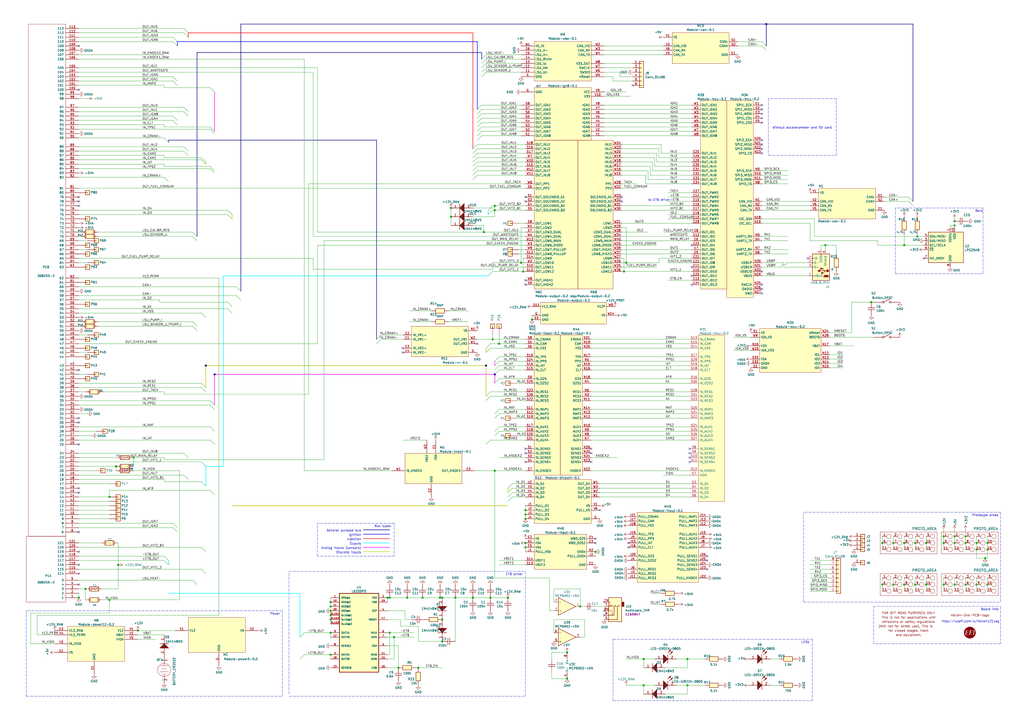
<source format=kicad_sch>
(kicad_sch (version 20210621) (generator eeschema)
  (paper "A2")
  (title_block (title "Hellen121vag") (date "2021-06-13") (rev "b") (company "andreika @ rusEFI.com"))
  (junction (at 45.72 346.71) (diameter 1.016))
  (junction (at 49.53 341.63) (diameter 1.016))
  (junction (at 63.5 288.29) (diameter 1.016))
  (junction (at 63.5 347.98) (diameter 1.016))
  (junction (at 67.31 270.51) (diameter 1.016))
  (junction (at 68.58 327.66) (diameter 1.016))
  (junction (at 77.47 265.43) (diameter 1.016))
  (junction (at 80.01 365.76) (diameter 1.016))
  (junction (at 191.77 349.25) (diameter 1.016))
  (junction (at 191.77 351.79) (diameter 1.016))
  (junction (at 191.77 354.33) (diameter 1.016))
  (junction (at 191.77 356.87) (diameter 1.016))
  (junction (at 191.77 359.41) (diameter 1.016))
  (junction (at 191.77 367.03) (diameter 1.016))
  (junction (at 191.77 379.73) (diameter 1.016))
  (junction (at 224.79 346.71) (diameter 1.016))
  (junction (at 226.06 346.71) (diameter 1.016))
  (junction (at 226.06 367.03) (diameter 1.016))
  (junction (at 228.6 369.57) (diameter 1.016))
  (junction (at 231.14 387.35) (diameter 1.016))
  (junction (at 236.22 346.71) (diameter 1.016))
  (junction (at 242.57 387.35) (diameter 1.016))
  (junction (at 245.11 346.71) (diameter 1.016))
  (junction (at 255.27 346.71) (diameter 1.016))
  (junction (at 256.54 346.71) (diameter 1.016))
  (junction (at 256.54 359.41) (diameter 1.016))
  (junction (at 256.54 372.11) (diameter 1.016))
  (junction (at 261.62 120.65) (diameter 1.016))
  (junction (at 261.62 125.73) (diameter 1.016))
  (junction (at 264.16 346.71) (diameter 1.016))
  (junction (at 274.32 346.71) (diameter 1.016))
  (junction (at 280.67 134.62) (diameter 1.016))
  (junction (at 284.48 346.71) (diameter 1.016))
  (junction (at 285.75 196.85) (diameter 1.016))
  (junction (at 287.02 119.38) (diameter 1.016))
  (junction (at 287.02 121.92) (diameter 1.016))
  (junction (at 287.02 273.05) (diameter 1.016))
  (junction (at 289.56 199.39) (diameter 1.016))
  (junction (at 294.64 346.71) (diameter 1.016))
  (junction (at 302.26 152.4) (diameter 1.016))
  (junction (at 303.53 157.48) (diameter 1.016))
  (junction (at 304.8 295.91) (diameter 1.016))
  (junction (at 304.8 298.45) (diameter 1.016))
  (junction (at 304.8 300.99) (diameter 1.016))
  (junction (at 304.8 314.96) (diameter 1.016))
  (junction (at 304.8 317.5) (diameter 1.016))
  (junction (at 308.61 185.42) (diameter 1.016))
  (junction (at 328.93 378.46) (diameter 1.016))
  (junction (at 328.93 393.7) (diameter 1.016))
  (junction (at 336.55 351.79) (diameter 1.016))
  (junction (at 345.44 320.04) (diameter 1.016))
  (junction (at 361.95 157.48) (diameter 1.016))
  (junction (at 363.22 152.4) (diameter 1.016))
  (junction (at 373.38 382.27) (diameter 1.016))
  (junction (at 373.38 397.51) (diameter 1.016))
  (junction (at 398.78 382.27) (diameter 1.016))
  (junction (at 398.78 397.51) (diameter 1.016))
  (junction (at 478.79 142.24) (diameter 1.016))
  (junction (at 505.46 175.26) (diameter 1.016))
  (junction (at 511.81 314.96) (diameter 1.016))
  (junction (at 511.81 339.09) (diameter 1.016))
  (junction (at 518.16 314.96) (diameter 1.016))
  (junction (at 518.16 339.09) (diameter 1.016))
  (junction (at 524.51 142.24) (diameter 1.016))
  (junction (at 524.51 314.96) (diameter 1.016))
  (junction (at 524.51 339.09) (diameter 1.016))
  (junction (at 530.86 314.96) (diameter 1.016))
  (junction (at 530.86 339.09) (diameter 1.016))
  (junction (at 532.13 137.16) (diameter 1.016))
  (junction (at 537.21 314.96) (diameter 1.016))
  (junction (at 537.21 339.09) (diameter 1.016))
  (junction (at 547.37 311.15) (diameter 1.016))
  (junction (at 547.37 314.96) (diameter 1.016))
  (junction (at 547.37 339.09) (diameter 1.016))
  (junction (at 553.72 128.27) (diameter 1.016))
  (junction (at 553.72 130.81) (diameter 1.016))
  (junction (at 553.72 311.15) (diameter 1.016))
  (junction (at 553.72 314.96) (diameter 1.016))
  (junction (at 553.72 339.09) (diameter 1.016))
  (junction (at 560.07 311.15) (diameter 1.016))
  (junction (at 560.07 314.96) (diameter 1.016))
  (junction (at 560.07 339.09) (diameter 1.016))
  (junction (at 566.42 314.96) (diameter 1.016))
  (junction (at 566.42 318.77) (diameter 1.016))
  (junction (at 566.42 339.09) (diameter 1.016))
  (junction (at 571.5 323.85) (diameter 1.016))
  (junction (at 572.77 314.96) (diameter 1.016))
  (junction (at 572.77 318.77) (diameter 1.016))
  (junction (at 572.77 339.09) (diameter 1.016))
  (junction (at 119.38 212.09) (diameter 1.016))
  (junction (at 124.46 217.17) (diameter 1.016))
  (junction (at 281.94 212.09) (diameter 1.016))
  (junction (at 287.02 217.17) (diameter 1.016))
  (junction (at 444.5 13.97) (diameter 1.016))
  (no_connect (at 45.72 26.67))
  (no_connect (at 45.72 52.07))
  (no_connect (at 45.72 114.3))
  (no_connect (at 45.72 116.84))
  (no_connect (at 45.72 119.38))
  (no_connect (at 45.72 214.63))
  (no_connect (at 45.72 242.57))
  (no_connect (at 45.72 245.11))
  (no_connect (at 45.72 257.81))
  (no_connect (at 45.72 283.21))
  (no_connect (at 45.72 285.75))
  (no_connect (at 45.72 308.61))
  (no_connect (at 45.72 320.04))
  (no_connect (at 45.72 327.66))
  (no_connect (at 45.72 332.74))
  (no_connect (at 45.72 339.09))
  (no_connect (at 233.68 201.93))
  (no_connect (at 233.68 204.47))
  (no_connect (at 276.86 199.39))
  (no_connect (at 304.8 114.3))
  (no_connect (at 304.8 116.84))
  (no_connect (at 304.8 162.56))
  (no_connect (at 304.8 165.1))
  (no_connect (at 304.8 260.35))
  (no_connect (at 304.8 262.89))
  (no_connect (at 304.8 267.97))
  (no_connect (at 342.9 260.35))
  (no_connect (at 342.9 262.89))
  (no_connect (at 342.9 267.97))
  (no_connect (at 345.44 312.42))
  (no_connect (at 345.44 314.96))
  (no_connect (at 347.98 295.91))
  (no_connect (at 350.52 349.25))
  (no_connect (at 350.52 354.33))
  (no_connect (at 350.52 356.87))
  (no_connect (at 360.68 114.3))
  (no_connect (at 360.68 116.84))
  (no_connect (at 364.49 314.96))
  (no_connect (at 364.49 317.5))
  (no_connect (at 367.03 49.53))
  (no_connect (at 400.05 260.35))
  (no_connect (at 400.05 262.89))
  (no_connect (at 400.05 265.43))
  (no_connect (at 400.05 267.97))
  (no_connect (at 401.32 142.24))
  (no_connect (at 401.32 154.94))
  (no_connect (at 401.32 160.02))
  (no_connect (at 401.32 165.1))
  (no_connect (at 410.21 322.58))
  (no_connect (at 410.21 325.12))
  (no_connect (at 410.21 330.2))
  (no_connect (at 441.96 60.96))
  (no_connect (at 441.96 63.5))
  (no_connect (at 441.96 66.04))
  (no_connect (at 441.96 68.58))
  (no_connect (at 441.96 71.12))
  (no_connect (at 441.96 81.28))
  (no_connect (at 441.96 83.82))
  (no_connect (at 441.96 86.36))
  (no_connect (at 441.96 88.9))
  (no_connect (at 441.96 157.48))
  (no_connect (at 441.96 165.1))
  (no_connect (at 441.96 167.64))
  (no_connect (at 441.96 170.18))
  (no_connect (at 468.63 149.86))
  (no_connect (at 535.94 149.86))
  (bus_entry (at 95.25 80.01) (size 2.54 2.54) (stroke (width 0.1524)))
  (bus_entry (at 95.25 102.87) (size 2.54 2.54) (stroke (width 0.1524)))
  (bus_entry (at 95.25 322.58) (size 2.54 2.54) (stroke (width 0.1524)))
  (bus_entry (at 95.25 325.12) (size 2.54 2.54) (stroke (width 0.1524)))
  (bus_entry (at 100.33 21.59) (size 2.54 2.54) (stroke (width 0.1524)))
  (bus_entry (at 100.33 24.13) (size 2.54 2.54) (stroke (width 0.1524)))
  (bus_entry (at 100.33 44.45) (size 2.54 2.54) (stroke (width 0.1524)))
  (bus_entry (at 100.33 46.99) (size 2.54 2.54) (stroke (width 0.1524)))
  (bus_entry (at 100.33 67.31) (size 2.54 2.54) (stroke (width 0.1524)))
  (bus_entry (at 100.33 69.85) (size 2.54 2.54) (stroke (width 0.1524)))
  (bus_entry (at 100.33 303.53) (size 2.54 2.54) (stroke (width 0.1524)))
  (bus_entry (at 100.33 306.07) (size 2.54 2.54) (stroke (width 0.1524)))
  (bus_entry (at 106.68 16.51) (size 2.54 2.54) (stroke (width 0.1524)))
  (bus_entry (at 106.68 19.05) (size 2.54 2.54) (stroke (width 0.1524)))
  (bus_entry (at 106.68 62.23) (size 2.54 2.54) (stroke (width 0.1524)))
  (bus_entry (at 106.68 64.77) (size 2.54 2.54) (stroke (width 0.1524)))
  (bus_entry (at 106.68 85.09) (size 2.54 2.54) (stroke (width 0.1524)))
  (bus_entry (at 106.68 87.63) (size 2.54 2.54) (stroke (width 0.1524)))
  (bus_entry (at 106.68 262.89) (size 2.54 2.54) (stroke (width 0.1524)))
  (bus_entry (at 106.68 275.59) (size 2.54 2.54) (stroke (width 0.1524)))
  (bus_entry (at 111.76 134.62) (size 2.54 2.54) (stroke (width 0.1524)))
  (bus_entry (at 111.76 137.16) (size 2.54 2.54) (stroke (width 0.1524)))
  (bus_entry (at 111.76 186.69) (size 2.54 2.54) (stroke (width 0.1524)))
  (bus_entry (at 111.76 189.23) (size 2.54 2.54) (stroke (width 0.1524)))
  (bus_entry (at 111.76 336.55) (size 2.54 2.54) (stroke (width 0.1524)))
  (bus_entry (at 116.84 91.44) (size 2.54 2.54) (stroke (width 0.1524)))
  (bus_entry (at 116.84 92.71) (size 2.54 2.54) (stroke (width 0.1524)))
  (bus_entry (at 116.84 181.61) (size 2.54 2.54) (stroke (width 0.1524)))
  (bus_entry (at 116.84 222.25) (size 2.54 2.54) (stroke (width 0.1524)))
  (bus_entry (at 116.84 224.79) (size 2.54 2.54) (stroke (width 0.1524)))
  (bus_entry (at 116.84 267.97) (size 2.54 2.54) (stroke (width 0.1524)))
  (bus_entry (at 116.84 279.4) (size 2.54 2.54) (stroke (width 0.1524)))
  (bus_entry (at 116.84 317.5) (size 2.54 2.54) (stroke (width 0.1524)))
  (bus_entry (at 116.84 330.2) (size 2.54 2.54) (stroke (width 0.1524)))
  (bus_entry (at 121.92 50.8) (size 2.54 2.54) (stroke (width 0.1524)))
  (bus_entry (at 121.92 73.66) (size 2.54 2.54) (stroke (width 0.1524)))
  (bus_entry (at 121.92 74.93) (size 2.54 2.54) (stroke (width 0.1524)))
  (bus_entry (at 121.92 96.52) (size 2.54 2.54) (stroke (width 0.1524)))
  (bus_entry (at 121.92 97.79) (size 2.54 2.54) (stroke (width 0.1524)))
  (bus_entry (at 121.92 232.41) (size 2.54 2.54) (stroke (width 0.1524)))
  (bus_entry (at 121.92 234.95) (size 2.54 2.54) (stroke (width 0.1524)))
  (bus_entry (at 121.92 247.65) (size 2.54 2.54) (stroke (width 0.1524)))
  (bus_entry (at 121.92 255.27) (size 2.54 2.54) (stroke (width 0.1524)))
  (bus_entry (at 121.92 284.48) (size 2.54 2.54) (stroke (width 0.1524)))
  (bus_entry (at 132.08 121.92) (size 2.54 2.54) (stroke (width 0.1524)))
  (bus_entry (at 132.08 124.46) (size 2.54 2.54) (stroke (width 0.1524)))
  (bus_entry (at 132.08 175.26) (size 2.54 2.54) (stroke (width 0.1524)))
  (bus_entry (at 132.08 179.07) (size 2.54 2.54) (stroke (width 0.1524)))
  (bus_entry (at 137.16 166.37) (size 2.54 2.54) (stroke (width 0.1524)))
  (bus_entry (at 137.16 171.45) (size 2.54 2.54) (stroke (width 0.1524)))
  (bus_entry (at 176.53 367.03) (size -2.54 2.54) (stroke (width 0.1524)))
  (bus_entry (at 176.53 379.73) (size -2.54 2.54) (stroke (width 0.1524)))
  (bus_entry (at 220.98 194.31) (size -2.54 2.54) (stroke (width 0.1524)))
  (bus_entry (at 220.98 196.85) (size -2.54 2.54) (stroke (width 0.1524)))
  (bus_entry (at 276.86 83.82) (size -2.54 2.54) (stroke (width 0.1524)))
  (bus_entry (at 276.86 86.36) (size -2.54 2.54) (stroke (width 0.1524)))
  (bus_entry (at 276.86 88.9) (size -2.54 2.54) (stroke (width 0.1524)))
  (bus_entry (at 276.86 91.44) (size -2.54 2.54) (stroke (width 0.1524)))
  (bus_entry (at 276.86 93.98) (size -2.54 2.54) (stroke (width 0.1524)))
  (bus_entry (at 276.86 96.52) (size -2.54 2.54) (stroke (width 0.1524)))
  (bus_entry (at 276.86 99.06) (size -2.54 2.54) (stroke (width 0.1524)))
  (bus_entry (at 276.86 101.6) (size -2.54 2.54) (stroke (width 0.1524)))
  (bus_entry (at 279.4 60.96) (size -2.54 2.54) (stroke (width 0.1524)))
  (bus_entry (at 279.4 63.5) (size -2.54 2.54) (stroke (width 0.1524)))
  (bus_entry (at 279.4 66.04) (size -2.54 2.54) (stroke (width 0.1524)))
  (bus_entry (at 279.4 68.58) (size -2.54 2.54) (stroke (width 0.1524)))
  (bus_entry (at 279.4 71.12) (size -2.54 2.54) (stroke (width 0.1524)))
  (bus_entry (at 279.4 73.66) (size -2.54 2.54) (stroke (width 0.1524)))
  (bus_entry (at 279.4 76.2) (size -2.54 2.54) (stroke (width 0.1524)))
  (bus_entry (at 279.4 78.74) (size -2.54 2.54) (stroke (width 0.1524)))
  (bus_entry (at 281.94 31.75) (size -2.54 2.54) (stroke (width 0.1524)))
  (bus_entry (at 281.94 34.29) (size -2.54 2.54) (stroke (width 0.1524)))
  (bus_entry (at 281.94 36.83) (size -2.54 2.54) (stroke (width 0.1524)))
  (bus_entry (at 281.94 39.37) (size -2.54 2.54) (stroke (width 0.1524)))
  (bus_entry (at 281.94 41.91) (size -2.54 2.54) (stroke (width 0.1524)))
  (bus_entry (at 284.48 199.39) (size -2.54 2.54) (stroke (width 0.1524)))
  (bus_entry (at 284.48 201.93) (size -2.54 2.54) (stroke (width 0.1524)))
  (bus_entry (at 284.48 227.33) (size -2.54 2.54) (stroke (width 0.1524)))
  (bus_entry (at 284.48 229.87) (size -2.54 2.54) (stroke (width 0.1524)))
  (bus_entry (at 284.48 255.27) (size -2.54 2.54) (stroke (width 0.1524)))
  (bus_entry (at 285.75 119.38) (size -2.54 2.54) (stroke (width 0.1524)))
  (bus_entry (at 285.75 121.92) (size -2.54 2.54) (stroke (width 0.1524)))
  (bus_entry (at 285.75 152.4) (size -2.54 2.54) (stroke (width 0.1524)))
  (bus_entry (at 285.75 157.48) (size -2.54 2.54) (stroke (width 0.1524)))
  (bus_entry (at 289.56 207.01) (size -2.54 2.54) (stroke (width 0.1524)))
  (bus_entry (at 289.56 209.55) (size -2.54 2.54) (stroke (width 0.1524)))
  (bus_entry (at 289.56 212.09) (size -2.54 2.54) (stroke (width 0.1524)))
  (bus_entry (at 289.56 214.63) (size -2.54 2.54) (stroke (width 0.1524)))
  (bus_entry (at 289.56 219.71) (size -2.54 2.54) (stroke (width 0.1524)))
  (bus_entry (at 289.56 237.49) (size -2.54 2.54) (stroke (width 0.1524)))
  (bus_entry (at 289.56 240.03) (size -2.54 2.54) (stroke (width 0.1524)))
  (bus_entry (at 289.56 247.65) (size -2.54 2.54) (stroke (width 0.1524)))
  (bus_entry (at 289.56 250.19) (size -2.54 2.54) (stroke (width 0.1524)))
  (bus_entry (at 297.18 280.67) (size -2.54 2.54) (stroke (width 0.1524)))
  (bus_entry (at 297.18 283.21) (size -2.54 2.54) (stroke (width 0.1524)))
  (bus_entry (at 297.18 285.75) (size -2.54 2.54) (stroke (width 0.1524)))
  (bus_entry (at 297.18 288.29) (size -2.54 2.54) (stroke (width 0.1524)))
  (bus_entry (at 441.96 24.13) (size 2.54 2.54) (stroke (width 0.1524)))
  (bus_entry (at 441.96 26.67) (size 2.54 2.54) (stroke (width 0.1524)))
  (bus_entry (at 527.05 114.3) (size 2.54 2.54) (stroke (width 0.1524)))
  (bus_entry (at 527.05 116.84) (size 2.54 2.54) (stroke (width 0.1524)))
  (wire (pts (xy 17.78 355.6) (xy 63.5 355.6)))
  (wire (pts (xy 17.78 373.38) (xy 17.78 355.6)))
  (wire (pts (xy 17.78 373.38) (xy 31.75 373.38)))
  (wire (pts (xy 21.59 356.87) (xy 21.59 368.3)))
  (wire (pts (xy 21.59 356.87) (xy 127 356.87)))
  (wire (pts (xy 21.59 368.3) (xy 31.75 368.3)))
  (wire (pts (xy 45.72 16.51) (xy 106.68 16.51)))
  (wire (pts (xy 45.72 19.05) (xy 106.68 19.05)))
  (wire (pts (xy 45.72 21.59) (xy 100.33 21.59)))
  (wire (pts (xy 45.72 24.13) (xy 100.33 24.13)))
  (wire (pts (xy 45.72 31.75) (xy 95.25 31.75)))
  (wire (pts (xy 45.72 34.29) (xy 176.53 34.29)))
  (wire (pts (xy 45.72 39.37) (xy 184.15 39.37)))
  (wire (pts (xy 45.72 41.91) (xy 181.61 41.91)))
  (wire (pts (xy 45.72 44.45) (xy 100.33 44.45)))
  (wire (pts (xy 45.72 46.99) (xy 100.33 46.99)))
  (wire (pts (xy 45.72 49.53) (xy 95.25 49.53)))
  (wire (pts (xy 45.72 62.23) (xy 106.68 62.23)))
  (wire (pts (xy 45.72 64.77) (xy 106.68 64.77)))
  (wire (pts (xy 45.72 67.31) (xy 100.33 67.31)))
  (wire (pts (xy 45.72 69.85) (xy 100.33 69.85)))
  (wire (pts (xy 45.72 72.39) (xy 95.25 72.39)))
  (wire (pts (xy 45.72 74.93) (xy 121.92 74.93)))
  (wire (pts (xy 45.72 80.01) (xy 95.25 80.01)))
  (wire (pts (xy 45.72 85.09) (xy 106.68 85.09)))
  (wire (pts (xy 45.72 87.63) (xy 106.68 87.63)))
  (wire (pts (xy 45.72 90.17) (xy 95.25 90.17)))
  (wire (pts (xy 45.72 92.71) (xy 116.84 92.71)))
  (wire (pts (xy 45.72 95.25) (xy 95.25 95.25)))
  (wire (pts (xy 45.72 97.79) (xy 121.92 97.79)))
  (wire (pts (xy 45.72 102.87) (xy 95.25 102.87)))
  (wire (pts (xy 45.72 109.22) (xy 304.8 109.22)))
  (wire (pts (xy 45.72 121.92) (xy 132.08 121.92)))
  (wire (pts (xy 45.72 124.46) (xy 132.08 124.46)))
  (wire (pts (xy 45.72 149.86) (xy 181.61 149.86)))
  (wire (pts (xy 45.72 161.29) (xy 127 161.29)))
  (wire (pts (xy 45.72 166.37) (xy 137.16 166.37)))
  (wire (pts (xy 45.72 171.45) (xy 137.16 171.45)))
  (wire (pts (xy 45.72 173.99) (xy 92.71 173.99)))
  (wire (pts (xy 45.72 179.07) (xy 132.08 179.07)))
  (wire (pts (xy 45.72 181.61) (xy 116.84 181.61)))
  (wire (pts (xy 45.72 199.39) (xy 184.15 199.39)))
  (wire (pts (xy 45.72 222.25) (xy 116.84 222.25)))
  (wire (pts (xy 45.72 224.79) (xy 116.84 224.79)))
  (wire (pts (xy 45.72 232.41) (xy 121.92 232.41)))
  (wire (pts (xy 45.72 234.95) (xy 121.92 234.95)))
  (wire (pts (xy 45.72 247.65) (xy 121.92 247.65)))
  (wire (pts (xy 45.72 255.27) (xy 121.92 255.27)))
  (wire (pts (xy 45.72 262.89) (xy 106.68 262.89)))
  (wire (pts (xy 45.72 267.97) (xy 116.84 267.97)))
  (wire (pts (xy 45.72 275.59) (xy 106.68 275.59)))
  (wire (pts (xy 45.72 278.13) (xy 95.25 278.13)))
  (wire (pts (xy 45.72 288.29) (xy 63.5 288.29)))
  (wire (pts (xy 45.72 303.53) (xy 100.33 303.53)))
  (wire (pts (xy 45.72 306.07) (xy 100.33 306.07)))
  (wire (pts (xy 45.72 317.5) (xy 116.84 317.5)))
  (wire (pts (xy 45.72 322.58) (xy 95.25 322.58)))
  (wire (pts (xy 45.72 325.12) (xy 95.25 325.12)))
  (wire (pts (xy 45.72 330.2) (xy 116.84 330.2)))
  (wire (pts (xy 45.72 336.55) (xy 111.76 336.55)))
  (wire (pts (xy 45.72 346.71) (xy 45.72 344.17)))
  (wire (pts (xy 46.99 134.62) (xy 45.72 134.62)))
  (wire (pts (xy 46.99 137.16) (xy 45.72 137.16)))
  (wire (pts (xy 46.99 186.69) (xy 45.72 186.69)))
  (wire (pts (xy 46.99 189.23) (xy 45.72 189.23)))
  (wire (pts (xy 49.53 227.33) (xy 45.72 227.33)))
  (wire (pts (xy 49.53 341.63) (xy 45.72 341.63)))
  (wire (pts (xy 49.53 341.63) (xy 49.53 347.98)))
  (wire (pts (xy 50.8 57.15) (xy 45.72 57.15)))
  (wire (pts (xy 50.8 139.7) (xy 45.72 139.7)))
  (wire (pts (xy 50.8 144.78) (xy 45.72 144.78)))
  (wire (pts (xy 50.8 152.4) (xy 45.72 152.4)))
  (wire (pts (xy 50.8 194.31) (xy 45.72 194.31)))
  (wire (pts (xy 50.8 204.47) (xy 45.72 204.47)))
  (wire (pts (xy 50.8 217.17) (xy 45.72 217.17)))
  (wire (pts (xy 50.8 240.03) (xy 45.72 240.03)))
  (wire (pts (xy 53.34 252.73) (xy 45.72 252.73)))
  (wire (pts (xy 54.61 273.05) (xy 45.72 273.05)))
  (wire (pts (xy 55.88 250.19) (xy 45.72 250.19)))
  (wire (pts (xy 57.15 134.62) (xy 111.76 134.62)))
  (wire (pts (xy 57.15 137.16) (xy 111.76 137.16)))
  (wire (pts (xy 57.15 186.69) (xy 111.76 186.69)))
  (wire (pts (xy 57.15 189.23) (xy 111.76 189.23)))
  (wire (pts (xy 58.42 314.96) (xy 45.72 314.96)))
  (wire (pts (xy 59.69 227.33) (xy 95.25 227.33)))
  (wire (pts (xy 59.69 341.63) (xy 68.58 341.63)))
  (wire (pts (xy 63.5 280.67) (xy 45.72 280.67)))
  (wire (pts (xy 63.5 284.48) (xy 121.92 284.48)))
  (wire (pts (xy 63.5 288.29) (xy 63.5 284.48)))
  (wire (pts (xy 63.5 290.83) (xy 45.72 290.83)))
  (wire (pts (xy 63.5 293.37) (xy 45.72 293.37)))
  (wire (pts (xy 63.5 295.91) (xy 45.72 295.91)))
  (wire (pts (xy 63.5 298.45) (xy 45.72 298.45)))
  (wire (pts (xy 63.5 300.99) (xy 45.72 300.99)))
  (wire (pts (xy 63.5 347.98) (xy 59.69 347.98)))
  (wire (pts (xy 63.5 355.6) (xy 63.5 347.98)))
  (wire (pts (xy 67.31 265.43) (xy 45.72 265.43)))
  (wire (pts (xy 67.31 270.51) (xy 45.72 270.51)))
  (wire (pts (xy 67.31 273.05) (xy 67.31 270.51)))
  (wire (pts (xy 68.58 327.66) (xy 68.58 314.96)))
  (wire (pts (xy 68.58 341.63) (xy 68.58 327.66)))
  (wire (pts (xy 77.47 265.43) (xy 95.25 265.43)))
  (wire (pts (xy 77.47 270.51) (xy 77.47 265.43)))
  (wire (pts (xy 77.47 273.05) (xy 104.14 273.05)))
  (wire (pts (xy 80.01 365.76) (xy 101.6 365.76)))
  (wire (pts (xy 80.01 368.3) (xy 95.25 368.3)))
  (wire (pts (xy 80.01 370.84) (xy 90.17 370.84)))
  (wire (pts (xy 92.71 173.99) (xy 92.71 175.26)))
  (wire (pts (xy 92.71 175.26) (xy 132.08 175.26)))
  (wire (pts (xy 95.25 49.53) (xy 95.25 50.8)))
  (wire (pts (xy 95.25 50.8) (xy 121.92 50.8)))
  (wire (pts (xy 95.25 72.39) (xy 95.25 73.66)))
  (wire (pts (xy 95.25 73.66) (xy 121.92 73.66)))
  (wire (pts (xy 95.25 90.17) (xy 95.25 91.44)))
  (wire (pts (xy 95.25 91.44) (xy 116.84 91.44)))
  (wire (pts (xy 95.25 95.25) (xy 95.25 96.52)))
  (wire (pts (xy 95.25 96.52) (xy 121.92 96.52)))
  (wire (pts (xy 95.25 228.6) (xy 95.25 227.33)))
  (wire (pts (xy 95.25 265.43) (xy 95.25 266.7)))
  (wire (pts (xy 95.25 266.7) (xy 187.96 266.7)))
  (wire (pts (xy 95.25 278.13) (xy 95.25 279.4)))
  (wire (pts (xy 95.25 279.4) (xy 116.84 279.4)))
  (wire (pts (xy 104.14 273.05) (xy 104.14 347.98)))
  (wire (pts (xy 104.14 347.98) (xy 63.5 347.98)))
  (wire (pts (xy 127 356.87) (xy 127 161.29)))
  (wire (pts (xy 176.53 273.05) (xy 176.53 34.29)))
  (wire (pts (xy 176.53 273.05) (xy 227.33 273.05)))
  (wire (pts (xy 179.07 106.68) (xy 179.07 228.6)))
  (wire (pts (xy 179.07 106.68) (xy 304.8 106.68)))
  (wire (pts (xy 179.07 228.6) (xy 95.25 228.6)))
  (wire (pts (xy 181.61 41.91) (xy 181.61 137.16)))
  (wire (pts (xy 181.61 137.16) (xy 304.8 137.16)))
  (wire (pts (xy 181.61 156.21) (xy 181.61 149.86)))
  (wire (pts (xy 184.15 134.62) (xy 184.15 39.37)))
  (wire (pts (xy 184.15 134.62) (xy 280.67 134.62)))
  (wire (pts (xy 184.15 142.24) (xy 184.15 199.39)))
  (wire (pts (xy 184.15 142.24) (xy 304.8 142.24)))
  (wire (pts (xy 187.96 139.7) (xy 304.8 139.7)))
  (wire (pts (xy 187.96 266.7) (xy 187.96 139.7)))
  (wire (pts (xy 191.77 346.71) (xy 191.77 349.25)))
  (wire (pts (xy 191.77 349.25) (xy 191.77 351.79)))
  (wire (pts (xy 191.77 351.79) (xy 191.77 354.33)))
  (wire (pts (xy 191.77 354.33) (xy 191.77 356.87)))
  (wire (pts (xy 191.77 356.87) (xy 191.77 359.41)))
  (wire (pts (xy 191.77 359.41) (xy 191.77 361.95)))
  (wire (pts (xy 191.77 367.03) (xy 176.53 367.03)))
  (wire (pts (xy 191.77 367.03) (xy 191.77 369.57)))
  (wire (pts (xy 191.77 379.73) (xy 176.53 379.73)))
  (wire (pts (xy 191.77 379.73) (xy 191.77 382.27)))
  (wire (pts (xy 220.98 194.31) (xy 233.68 194.31)))
  (wire (pts (xy 220.98 196.85) (xy 233.68 196.85)))
  (wire (pts (xy 224.79 349.25) (xy 224.79 346.71)))
  (wire (pts (xy 224.79 379.73) (xy 226.06 379.73)))
  (wire (pts (xy 224.79 382.27) (xy 228.6 382.27)))
  (wire (pts (xy 224.79 387.35) (xy 231.14 387.35)))
  (wire (pts (xy 226.06 346.71) (xy 224.79 346.71)))
  (wire (pts (xy 226.06 367.03) (xy 224.79 367.03)))
  (wire (pts (xy 226.06 379.73) (xy 226.06 367.03)))
  (wire (pts (xy 228.6 369.57) (xy 224.79 369.57)))
  (wire (pts (xy 228.6 382.27) (xy 228.6 369.57)))
  (wire (pts (xy 231.14 374.65) (xy 224.79 374.65)))
  (wire (pts (xy 231.14 387.35) (xy 231.14 374.65)))
  (wire (pts (xy 232.41 359.41) (xy 224.79 359.41)))
  (wire (pts (xy 232.41 363.22) (xy 232.41 359.41)))
  (wire (pts (xy 233.68 255.27) (xy 247.65 255.27)))
  (wire (pts (xy 234.95 354.33) (xy 224.79 354.33)))
  (wire (pts (xy 234.95 359.41) (xy 234.95 354.33)))
  (wire (pts (xy 236.22 346.71) (xy 226.06 346.71)))
  (wire (pts (xy 237.49 180.34) (xy 250.19 180.34)))
  (wire (pts (xy 237.49 186.69) (xy 250.19 186.69)))
  (wire (pts (xy 238.76 359.41) (xy 234.95 359.41)))
  (wire (pts (xy 240.03 367.03) (xy 226.06 367.03)))
  (wire (pts (xy 240.03 369.57) (xy 228.6 369.57)))
  (wire (pts (xy 242.57 363.22) (xy 232.41 363.22)))
  (wire (pts (xy 242.57 372.11) (xy 242.57 363.22)))
  (wire (pts (xy 242.57 387.35) (xy 241.3 387.35)))
  (wire (pts (xy 245.11 346.71) (xy 236.22 346.71)))
  (wire (pts (xy 255.27 346.71) (xy 245.11 346.71)))
  (wire (pts (xy 256.54 346.71) (xy 255.27 346.71)))
  (wire (pts (xy 256.54 372.11) (xy 242.57 372.11)))
  (wire (pts (xy 256.54 387.35) (xy 242.57 387.35)))
  (wire (pts (xy 260.35 180.34) (xy 271.78 180.34)))
  (wire (pts (xy 260.35 186.69) (xy 271.78 186.69)))
  (wire (pts (xy 261.62 120.65) (xy 261.62 125.73)))
  (wire (pts (xy 261.62 125.73) (xy 261.62 130.81)))
  (wire (pts (xy 264.16 346.71) (xy 256.54 346.71)))
  (wire (pts (xy 264.16 346.71) (xy 264.16 372.11)))
  (wire (pts (xy 264.16 346.71) (xy 274.32 346.71)))
  (wire (pts (xy 274.32 120.65) (xy 287.02 120.65)))
  (wire (pts (xy 274.32 125.73) (xy 287.02 125.73)))
  (wire (pts (xy 274.32 130.81) (xy 280.67 130.81)))
  (wire (pts (xy 274.32 346.71) (xy 284.48 346.71)))
  (wire (pts (xy 275.59 273.05) (xy 287.02 273.05)))
  (wire (pts (xy 276.86 83.82) (xy 304.8 83.82)))
  (wire (pts (xy 276.86 86.36) (xy 304.8 86.36)))
  (wire (pts (xy 276.86 88.9) (xy 304.8 88.9)))
  (wire (pts (xy 276.86 91.44) (xy 304.8 91.44)))
  (wire (pts (xy 276.86 93.98) (xy 304.8 93.98)))
  (wire (pts (xy 276.86 96.52) (xy 304.8 96.52)))
  (wire (pts (xy 276.86 99.06) (xy 304.8 99.06)))
  (wire (pts (xy 276.86 101.6) (xy 304.8 101.6)))
  (wire (pts (xy 276.86 196.85) (xy 285.75 196.85)))
  (wire (pts (xy 279.4 60.96) (xy 302.26 60.96)))
  (wire (pts (xy 279.4 63.5) (xy 302.26 63.5)))
  (wire (pts (xy 279.4 66.04) (xy 302.26 66.04)))
  (wire (pts (xy 279.4 68.58) (xy 302.26 68.58)))
  (wire (pts (xy 279.4 71.12) (xy 302.26 71.12)))
  (wire (pts (xy 279.4 73.66) (xy 302.26 73.66)))
  (wire (pts (xy 279.4 76.2) (xy 302.26 76.2)))
  (wire (pts (xy 279.4 78.74) (xy 302.26 78.74)))
  (wire (pts (xy 280.67 130.81) (xy 280.67 134.62)))
  (wire (pts (xy 280.67 134.62) (xy 304.8 134.62)))
  (wire (pts (xy 281.94 31.75) (xy 302.26 31.75)))
  (wire (pts (xy 281.94 34.29) (xy 302.26 34.29)))
  (wire (pts (xy 281.94 36.83) (xy 302.26 36.83)))
  (wire (pts (xy 281.94 39.37) (xy 302.26 39.37)))
  (wire (pts (xy 281.94 41.91) (xy 302.26 41.91)))
  (wire (pts (xy 284.48 199.39) (xy 289.56 199.39)))
  (wire (pts (xy 284.48 201.93) (xy 304.8 201.93)))
  (wire (pts (xy 284.48 227.33) (xy 304.8 227.33)))
  (wire (pts (xy 284.48 229.87) (xy 304.8 229.87)))
  (wire (pts (xy 284.48 346.71) (xy 294.64 346.71)))
  (wire (pts (xy 285.75 154.94) (xy 285.75 156.21)))
  (wire (pts (xy 285.75 156.21) (xy 181.61 156.21)))
  (wire (pts (xy 285.75 194.31) (xy 285.75 196.85)))
  (wire (pts (xy 285.75 196.85) (xy 304.8 196.85)))
  (wire (pts (xy 287.02 119.38) (xy 285.75 119.38)))
  (wire (pts (xy 287.02 120.65) (xy 287.02 119.38)))
  (wire (pts (xy 287.02 121.92) (xy 285.75 121.92)))
  (wire (pts (xy 287.02 125.73) (xy 287.02 121.92)))
  (wire (pts (xy 287.02 273.05) (xy 304.8 273.05)))
  (wire (pts (xy 287.02 335.28) (xy 287.02 273.05)))
  (wire (pts (xy 289.56 194.31) (xy 289.56 199.39)))
  (wire (pts (xy 289.56 199.39) (xy 304.8 199.39)))
  (wire (pts (xy 289.56 207.01) (xy 304.8 207.01)))
  (wire (pts (xy 289.56 209.55) (xy 304.8 209.55)))
  (wire (pts (xy 289.56 212.09) (xy 304.8 212.09)))
  (wire (pts (xy 289.56 214.63) (xy 304.8 214.63)))
  (wire (pts (xy 289.56 219.71) (xy 304.8 219.71)))
  (wire (pts (xy 289.56 325.12) (xy 304.8 325.12)))
  (wire (pts (xy 289.56 327.66) (xy 304.8 327.66)))
  (wire (pts (xy 297.18 280.67) (xy 304.8 280.67)))
  (wire (pts (xy 297.18 283.21) (xy 304.8 283.21)))
  (wire (pts (xy 297.18 285.75) (xy 304.8 285.75)))
  (wire (pts (xy 297.18 288.29) (xy 304.8 288.29)))
  (wire (pts (xy 299.72 222.25) (xy 304.8 222.25)))
  (wire (pts (xy 299.72 232.41) (xy 304.8 232.41)))
  (wire (pts (xy 299.72 242.57) (xy 304.8 242.57)))
  (wire (pts (xy 299.72 252.73) (xy 304.8 252.73)))
  (wire (pts (xy 302.26 132.08) (xy 302.26 152.4)))
  (wire (pts (xy 302.26 132.08) (xy 304.8 132.08)))
  (wire (pts (xy 302.26 152.4) (xy 285.75 152.4)))
  (wire (pts (xy 303.53 149.86) (xy 304.8 149.86)))
  (wire (pts (xy 303.53 157.48) (xy 285.75 157.48)))
  (wire (pts (xy 303.53 157.48) (xy 303.53 149.86)))
  (wire (pts (xy 304.8 119.38) (xy 287.02 119.38)))
  (wire (pts (xy 304.8 121.92) (xy 287.02 121.92)))
  (wire (pts (xy 304.8 129.54) (xy 300.99 129.54)))
  (wire (pts (xy 304.8 144.78) (xy 300.99 144.78)))
  (wire (pts (xy 304.8 147.32) (xy 300.99 147.32)))
  (wire (pts (xy 304.8 152.4) (xy 302.26 152.4)))
  (wire (pts (xy 304.8 154.94) (xy 285.75 154.94)))
  (wire (pts (xy 304.8 157.48) (xy 303.53 157.48)))
  (wire (pts (xy 304.8 237.49) (xy 289.56 237.49)))
  (wire (pts (xy 304.8 240.03) (xy 289.56 240.03)))
  (wire (pts (xy 304.8 247.65) (xy 289.56 247.65)))
  (wire (pts (xy 304.8 250.19) (xy 289.56 250.19)))
  (wire (pts (xy 304.8 255.27) (xy 284.48 255.27)))
  (wire (pts (xy 304.8 265.43) (xy 289.56 265.43)))
  (wire (pts (xy 304.8 293.37) (xy 304.8 295.91)))
  (wire (pts (xy 304.8 295.91) (xy 304.8 298.45)))
  (wire (pts (xy 304.8 298.45) (xy 304.8 300.99)))
  (wire (pts (xy 304.8 314.96) (xy 304.8 317.5)))
  (wire (pts (xy 304.8 317.5) (xy 304.8 320.04)))
  (wire (pts (xy 308.61 182.88) (xy 308.61 185.42)))
  (wire (pts (xy 318.77 335.28) (xy 287.02 335.28)))
  (wire (pts (xy 318.77 335.28) (xy 318.77 354.33)))
  (wire (pts (xy 320.04 378.46) (xy 328.93 378.46)))
  (wire (pts (xy 320.04 382.27) (xy 320.04 378.46)))
  (wire (pts (xy 320.04 393.7) (xy 320.04 389.89)))
  (wire (pts (xy 321.31 341.63) (xy 321.31 349.25)))
  (wire (pts (xy 321.31 354.33) (xy 318.77 354.33)))
  (wire (pts (xy 321.31 359.41) (xy 339.09 359.41)))
  (wire (pts (xy 321.31 367.03) (xy 321.31 359.41)))
  (wire (pts (xy 328.93 393.7) (xy 320.04 393.7)))
  (wire (pts (xy 336.55 341.63) (xy 321.31 341.63)))
  (wire (pts (xy 336.55 351.79) (xy 336.55 341.63)))
  (wire (pts (xy 336.55 351.79) (xy 337.82 351.79)))
  (wire (pts (xy 339.09 359.41) (xy 339.09 369.57)))
  (wire (pts (xy 339.09 369.57) (xy 336.55 369.57)))
  (wire (pts (xy 342.9 196.85) (xy 400.05 196.85)))
  (wire (pts (xy 342.9 199.39) (xy 400.05 199.39)))
  (wire (pts (xy 342.9 201.93) (xy 400.05 201.93)))
  (wire (pts (xy 342.9 207.01) (xy 400.05 207.01)))
  (wire (pts (xy 342.9 209.55) (xy 400.05 209.55)))
  (wire (pts (xy 342.9 212.09) (xy 400.05 212.09)))
  (wire (pts (xy 342.9 214.63) (xy 400.05 214.63)))
  (wire (pts (xy 342.9 219.71) (xy 400.05 219.71)))
  (wire (pts (xy 342.9 222.25) (xy 400.05 222.25)))
  (wire (pts (xy 342.9 227.33) (xy 400.05 227.33)))
  (wire (pts (xy 342.9 229.87) (xy 400.05 229.87)))
  (wire (pts (xy 342.9 232.41) (xy 400.05 232.41)))
  (wire (pts (xy 342.9 237.49) (xy 400.05 237.49)))
  (wire (pts (xy 342.9 240.03) (xy 400.05 240.03)))
  (wire (pts (xy 342.9 242.57) (xy 400.05 242.57)))
  (wire (pts (xy 342.9 247.65) (xy 400.05 247.65)))
  (wire (pts (xy 342.9 250.19) (xy 400.05 250.19)))
  (wire (pts (xy 342.9 252.73) (xy 400.05 252.73)))
  (wire (pts (xy 342.9 255.27) (xy 400.05 255.27)))
  (wire (pts (xy 342.9 265.43) (xy 358.14 265.43)))
  (wire (pts (xy 342.9 273.05) (xy 400.05 273.05)))
  (wire (pts (xy 345.44 320.04) (xy 345.44 322.58)))
  (wire (pts (xy 345.44 351.79) (xy 350.52 351.79)))
  (wire (pts (xy 347.98 280.67) (xy 400.05 280.67)))
  (wire (pts (xy 347.98 283.21) (xy 400.05 283.21)))
  (wire (pts (xy 347.98 285.75) (xy 400.05 285.75)))
  (wire (pts (xy 347.98 288.29) (xy 400.05 288.29)))
  (wire (pts (xy 350.52 26.67) (xy 384.81 26.67)))
  (wire (pts (xy 350.52 36.83) (xy 367.03 36.83)))
  (wire (pts (xy 350.52 39.37) (xy 367.03 39.37)))
  (wire (pts (xy 350.52 41.91) (xy 359.41 41.91)))
  (wire (pts (xy 350.52 44.45) (xy 355.6 44.45)))
  (wire (pts (xy 350.52 53.34) (xy 363.22 53.34)))
  (wire (pts (xy 350.52 55.88) (xy 365.76 55.88)))
  (wire (pts (xy 350.52 60.96) (xy 401.32 60.96)))
  (wire (pts (xy 350.52 63.5) (xy 401.32 63.5)))
  (wire (pts (xy 350.52 66.04) (xy 401.32 66.04)))
  (wire (pts (xy 350.52 68.58) (xy 401.32 68.58)))
  (wire (pts (xy 350.52 71.12) (xy 401.32 71.12)))
  (wire (pts (xy 350.52 73.66) (xy 401.32 73.66)))
  (wire (pts (xy 350.52 76.2) (xy 401.32 76.2)))
  (wire (pts (xy 350.52 78.74) (xy 401.32 78.74)))
  (wire (pts (xy 355.6 44.45) (xy 355.6 46.99)))
  (wire (pts (xy 355.6 46.99) (xy 367.03 46.99)))
  (wire (pts (xy 359.41 41.91) (xy 359.41 44.45)))
  (wire (pts (xy 359.41 44.45) (xy 367.03 44.45)))
  (wire (pts (xy 360.68 83.82) (xy 383.54 83.82)))
  (wire (pts (xy 360.68 86.36) (xy 382.27 86.36)))
  (wire (pts (xy 360.68 88.9) (xy 381 88.9)))
  (wire (pts (xy 360.68 91.44) (xy 379.73 91.44)))
  (wire (pts (xy 360.68 93.98) (xy 378.46 93.98)))
  (wire (pts (xy 360.68 96.52) (xy 377.19 96.52)))
  (wire (pts (xy 360.68 99.06) (xy 375.92 99.06)))
  (wire (pts (xy 360.68 101.6) (xy 374.65 101.6)))
  (wire (pts (xy 360.68 106.68) (xy 369.57 106.68)))
  (wire (pts (xy 360.68 109.22) (xy 369.57 109.22)))
  (wire (pts (xy 360.68 119.38) (xy 401.32 119.38)))
  (wire (pts (xy 360.68 121.92) (xy 401.32 121.92)))
  (wire (pts (xy 360.68 129.54) (xy 401.32 129.54)))
  (wire (pts (xy 360.68 137.16) (xy 401.32 137.16)))
  (wire (pts (xy 360.68 139.7) (xy 401.32 139.7)))
  (wire (pts (xy 360.68 144.78) (xy 401.32 144.78)))
  (wire (pts (xy 360.68 147.32) (xy 401.32 147.32)))
  (wire (pts (xy 360.68 149.86) (xy 361.95 149.86)))
  (wire (pts (xy 360.68 152.4) (xy 363.22 152.4)))
  (wire (pts (xy 360.68 157.48) (xy 361.95 157.48)))
  (wire (pts (xy 361.95 149.86) (xy 361.95 157.48)))
  (wire (pts (xy 361.95 157.48) (xy 401.32 157.48)))
  (wire (pts (xy 363.22 132.08) (xy 360.68 132.08)))
  (wire (pts (xy 363.22 132.08) (xy 363.22 152.4)))
  (wire (pts (xy 363.22 152.4) (xy 382.27 152.4)))
  (wire (pts (xy 363.22 382.27) (xy 373.38 382.27)))
  (wire (pts (xy 363.22 397.51) (xy 373.38 397.51)))
  (wire (pts (xy 373.38 382.27) (xy 373.38 387.35)))
  (wire (pts (xy 373.38 397.51) (xy 373.38 402.59)))
  (wire (pts (xy 374.65 101.6) (xy 374.65 106.68)))
  (wire (pts (xy 374.65 106.68) (xy 401.32 106.68)))
  (wire (pts (xy 375.92 104.14) (xy 375.92 99.06)))
  (wire (pts (xy 375.92 134.62) (xy 360.68 134.62)))
  (wire (pts (xy 377.19 96.52) (xy 377.19 101.6)))
  (wire (pts (xy 377.19 101.6) (xy 401.32 101.6)))
  (wire (pts (xy 377.19 344.17) (xy 383.54 344.17)))
  (wire (pts (xy 377.19 350.52) (xy 383.54 350.52)))
  (wire (pts (xy 378.46 93.98) (xy 378.46 99.06)))
  (wire (pts (xy 378.46 99.06) (xy 401.32 99.06)))
  (wire (pts (xy 379.73 96.52) (xy 379.73 91.44)))
  (wire (pts (xy 379.73 382.27) (xy 373.38 382.27)))
  (wire (pts (xy 379.73 397.51) (xy 373.38 397.51)))
  (wire (pts (xy 381 88.9) (xy 381 93.98)))
  (wire (pts (xy 381 93.98) (xy 401.32 93.98)))
  (wire (pts (xy 381 142.24) (xy 360.68 142.24)))
  (wire (pts (xy 381 154.94) (xy 360.68 154.94)))
  (wire (pts (xy 382.27 91.44) (xy 382.27 86.36)))
  (wire (pts (xy 382.27 149.86) (xy 382.27 152.4)))
  (wire (pts (xy 382.27 149.86) (xy 401.32 149.86)))
  (wire (pts (xy 383.54 83.82) (xy 383.54 88.9)))
  (wire (pts (xy 383.54 88.9) (xy 401.32 88.9)))
  (wire (pts (xy 384.81 29.21) (xy 350.52 29.21)))
  (wire (pts (xy 384.81 31.75) (xy 350.52 31.75)))
  (wire (pts (xy 384.81 134.62) (xy 401.32 134.62)))
  (wire (pts (xy 384.81 275.59) (xy 400.05 275.59)))
  (wire (pts (xy 386.08 387.35) (xy 398.78 387.35)))
  (wire (pts (xy 386.08 402.59) (xy 398.78 402.59)))
  (wire (pts (xy 387.35 111.76) (xy 401.32 111.76)))
  (wire (pts (xy 387.35 114.3) (xy 401.32 114.3)))
  (wire (pts (xy 387.35 116.84) (xy 401.32 116.84)))
  (wire (pts (xy 387.35 124.46) (xy 401.32 124.46)))
  (wire (pts (xy 387.35 127) (xy 401.32 127)))
  (wire (pts (xy 387.35 152.4) (xy 401.32 152.4)))
  (wire (pts (xy 387.35 162.56) (xy 401.32 162.56)))
  (wire (pts (xy 398.78 382.27) (xy 392.43 382.27)))
  (wire (pts (xy 398.78 382.27) (xy 408.94 382.27)))
  (wire (pts (xy 398.78 387.35) (xy 398.78 382.27)))
  (wire (pts (xy 398.78 397.51) (xy 392.43 397.51)))
  (wire (pts (xy 398.78 397.51) (xy 408.94 397.51)))
  (wire (pts (xy 398.78 402.59) (xy 398.78 397.51)))
  (wire (pts (xy 401.32 91.44) (xy 382.27 91.44)))
  (wire (pts (xy 401.32 96.52) (xy 379.73 96.52)))
  (wire (pts (xy 401.32 104.14) (xy 375.92 104.14)))
  (wire (pts (xy 425.45 195.58) (xy 435.61 195.58)))
  (wire (pts (xy 425.45 203.2) (xy 435.61 203.2)))
  (wire (pts (xy 441.96 24.13) (xy 427.99 24.13)))
  (wire (pts (xy 441.96 26.67) (xy 427.99 26.67)))
  (wire (pts (xy 441.96 99.06) (xy 457.2 99.06)))
  (wire (pts (xy 441.96 101.6) (xy 457.2 101.6)))
  (wire (pts (xy 441.96 106.68) (xy 457.2 106.68)))
  (wire (pts (xy 441.96 116.84) (xy 469.9 116.84)))
  (wire (pts (xy 441.96 119.38) (xy 469.9 119.38)))
  (wire (pts (xy 441.96 121.92) (xy 469.9 121.92)))
  (wire (pts (xy 441.96 137.16) (xy 457.2 137.16)))
  (wire (pts (xy 441.96 139.7) (xy 457.2 139.7)))
  (wire (pts (xy 441.96 147.32) (xy 457.2 147.32)))
  (wire (pts (xy 441.96 152.4) (xy 454.66 152.4)))
  (wire (pts (xy 441.96 154.94) (xy 453.39 154.94)))
  (wire (pts (xy 441.96 160.02) (xy 468.63 160.02)))
  (wire (pts (xy 447.04 382.27) (xy 452.12 382.27)))
  (wire (pts (xy 447.04 397.51) (xy 452.12 397.51)))
  (wire (pts (xy 453.39 153.67) (xy 455.93 153.67)))
  (wire (pts (xy 453.39 154.94) (xy 453.39 153.67)))
  (wire (pts (xy 454.66 152.4) (xy 454.66 154.94)))
  (wire (pts (xy 454.66 154.94) (xy 468.63 154.94)))
  (wire (pts (xy 455.93 152.4) (xy 468.63 152.4)))
  (wire (pts (xy 455.93 153.67) (xy 455.93 152.4)))
  (wire (pts (xy 457.2 104.14) (xy 441.96 104.14)))
  (wire (pts (xy 457.2 144.78) (xy 441.96 144.78)))
  (wire (pts (xy 469.9 129.54) (xy 441.96 129.54)))
  (wire (pts (xy 469.9 139.7) (xy 469.9 129.54)))
  (wire (pts (xy 469.9 325.12) (xy 481.33 325.12)))
  (wire (pts (xy 469.9 327.66) (xy 481.33 327.66)))
  (wire (pts (xy 469.9 332.74) (xy 481.33 332.74)))
  (wire (pts (xy 469.9 335.28) (xy 481.33 335.28)))
  (wire (pts (xy 469.9 337.82) (xy 481.33 337.82)))
  (wire (pts (xy 469.9 342.9) (xy 481.33 342.9)))
  (wire (pts (xy 472.44 127) (xy 441.96 127)))
  (wire (pts (xy 472.44 137.16) (xy 472.44 127)))
  (wire (pts (xy 472.44 137.16) (xy 532.13 137.16)))
  (wire (pts (xy 476.25 142.24) (xy 476.25 144.78)))
  (wire (pts (xy 478.79 142.24) (xy 476.25 142.24)))
  (wire (pts (xy 478.79 142.24) (xy 478.79 144.78)))
  (wire (pts (xy 481.33 193.04) (xy 494.03 193.04)))
  (wire (pts (xy 481.33 195.58) (xy 506.73 195.58)))
  (wire (pts (xy 481.33 200.66) (xy 495.3 200.66)))
  (wire (pts (xy 481.33 330.2) (xy 469.9 330.2)))
  (wire (pts (xy 481.33 340.36) (xy 469.9 340.36)))
  (wire (pts (xy 485.14 142.24) (xy 478.79 142.24)))
  (wire (pts (xy 485.14 147.32) (xy 485.14 142.24)))
  (wire (pts (xy 488.95 205.74) (xy 481.33 205.74)))
  (wire (pts (xy 488.95 208.28) (xy 481.33 208.28)))
  (wire (pts (xy 488.95 210.82) (xy 481.33 210.82)))
  (wire (pts (xy 488.95 213.36) (xy 481.33 213.36)))
  (wire (pts (xy 494.03 175.26) (xy 494.03 193.04)))
  (wire (pts (xy 494.03 175.26) (xy 505.46 175.26)))
  (wire (pts (xy 505.46 175.26) (xy 506.73 175.26)))
  (wire (pts (xy 509.27 139.7) (xy 469.9 139.7)))
  (wire (pts (xy 509.27 142.24) (xy 509.27 139.7)))
  (wire (pts (xy 511.81 311.15) (xy 511.81 314.96)))
  (wire (pts (xy 511.81 314.96) (xy 511.81 318.77)))
  (wire (pts (xy 511.81 335.28) (xy 511.81 339.09)))
  (wire (pts (xy 511.81 339.09) (xy 511.81 342.9)))
  (wire (pts (xy 513.08 114.3) (xy 527.05 114.3)))
  (wire (pts (xy 513.08 116.84) (xy 527.05 116.84)))
  (wire (pts (xy 518.16 311.15) (xy 518.16 314.96)))
  (wire (pts (xy 518.16 314.96) (xy 518.16 318.77)))
  (wire (pts (xy 518.16 335.28) (xy 518.16 339.09)))
  (wire (pts (xy 518.16 339.09) (xy 518.16 342.9)))
  (wire (pts (xy 524.51 135.89) (xy 524.51 142.24)))
  (wire (pts (xy 524.51 142.24) (xy 509.27 142.24)))
  (wire (pts (xy 524.51 311.15) (xy 524.51 314.96)))
  (wire (pts (xy 524.51 314.96) (xy 524.51 318.77)))
  (wire (pts (xy 524.51 335.28) (xy 524.51 339.09)))
  (wire (pts (xy 524.51 339.09) (xy 524.51 342.9)))
  (wire (pts (xy 530.86 311.15) (xy 530.86 314.96)))
  (wire (pts (xy 530.86 314.96) (xy 530.86 318.77)))
  (wire (pts (xy 530.86 335.28) (xy 530.86 339.09)))
  (wire (pts (xy 530.86 339.09) (xy 530.86 342.9)))
  (wire (pts (xy 532.13 135.89) (xy 532.13 137.16)))
  (wire (pts (xy 535.94 137.16) (xy 532.13 137.16)))
  (wire (pts (xy 535.94 142.24) (xy 524.51 142.24)))
  (wire (pts (xy 537.21 311.15) (xy 537.21 314.96)))
  (wire (pts (xy 537.21 314.96) (xy 537.21 318.77)))
  (wire (pts (xy 537.21 335.28) (xy 537.21 339.09)))
  (wire (pts (xy 537.21 339.09) (xy 537.21 342.9)))
  (wire (pts (xy 547.37 307.34) (xy 547.37 311.15)))
  (wire (pts (xy 547.37 311.15) (xy 547.37 314.96)))
  (wire (pts (xy 547.37 314.96) (xy 547.37 318.77)))
  (wire (pts (xy 547.37 335.28) (xy 547.37 339.09)))
  (wire (pts (xy 547.37 339.09) (xy 547.37 342.9)))
  (wire (pts (xy 551.18 130.81) (xy 553.72 130.81)))
  (wire (pts (xy 551.18 132.08) (xy 551.18 130.81)))
  (wire (pts (xy 553.72 127) (xy 553.72 128.27)))
  (wire (pts (xy 553.72 128.27) (xy 553.72 130.81)))
  (wire (pts (xy 553.72 130.81) (xy 553.72 132.08)))
  (wire (pts (xy 553.72 307.34) (xy 553.72 311.15)))
  (wire (pts (xy 553.72 311.15) (xy 553.72 314.96)))
  (wire (pts (xy 553.72 314.96) (xy 553.72 318.77)))
  (wire (pts (xy 553.72 335.28) (xy 553.72 339.09)))
  (wire (pts (xy 553.72 339.09) (xy 553.72 342.9)))
  (wire (pts (xy 560.07 307.34) (xy 560.07 311.15)))
  (wire (pts (xy 560.07 311.15) (xy 560.07 314.96)))
  (wire (pts (xy 560.07 314.96) (xy 560.07 318.77)))
  (wire (pts (xy 560.07 335.28) (xy 560.07 339.09)))
  (wire (pts (xy 560.07 339.09) (xy 560.07 342.9)))
  (wire (pts (xy 566.42 311.15) (xy 566.42 314.96)))
  (wire (pts (xy 566.42 314.96) (xy 566.42 318.77)))
  (wire (pts (xy 566.42 323.85) (xy 566.42 318.77)))
  (wire (pts (xy 566.42 335.28) (xy 566.42 339.09)))
  (wire (pts (xy 566.42 339.09) (xy 566.42 342.9)))
  (wire (pts (xy 571.5 323.85) (xy 566.42 323.85)))
  (wire (pts (xy 571.5 323.85) (xy 572.77 323.85)))
  (wire (pts (xy 572.77 311.15) (xy 572.77 314.96)))
  (wire (pts (xy 572.77 314.96) (xy 572.77 318.77)))
  (wire (pts (xy 572.77 323.85) (xy 572.77 318.77)))
  (wire (pts (xy 572.77 335.28) (xy 572.77 339.09)))
  (wire (pts (xy 572.77 339.09) (xy 572.77 342.9)))
  (bus (pts (xy 97.79 81.28) (xy 97.79 105.41)))
  (bus (pts (xy 97.79 81.28) (xy 218.44 81.28)))
  (bus (pts (xy 97.79 325.12) (xy 97.79 344.17)) (stroke (width 0.3048) (color 0 255 255 1)))
  (bus (pts (xy 97.79 344.17) (xy 173.99 344.17)) (stroke (width 0.3048) (color 0 255 255 1)))
  (bus (pts (xy 102.87 24.13) (xy 102.87 308.61)) (stroke (width 0.3048) (color 0 0 255 1)))
  (bus (pts (xy 102.87 24.13) (xy 276.86 24.13)) (stroke (width 0.3048) (color 0 0 255 1)))
  (bus (pts (xy 109.22 19.05) (xy 109.22 278.13)) (stroke (width 0.3048) (color 255 0 0 1)))
  (bus (pts (xy 109.22 19.05) (xy 274.32 19.05)) (stroke (width 0.3048) (color 255 0 0 1)))
  (bus (pts (xy 114.3 30.48) (xy 114.3 339.09)))
  (bus (pts (xy 119.38 93.98) (xy 119.38 212.09)) (stroke (width 0.3048) (color 194 194 0 1)))
  (bus (pts (xy 119.38 212.09) (xy 119.38 227.33)) (stroke (width 0.3048) (color 194 194 0 1)))
  (bus (pts (xy 119.38 212.09) (xy 281.94 212.09)) (stroke (width 0.3048) (color 194 194 0 1)))
  (bus (pts (xy 119.38 270.51) (xy 119.38 332.74)) (stroke (width 0.3048) (color 0 255 255 1)))
  (bus (pts (xy 124.46 53.34) (xy 124.46 217.17)) (stroke (width 0.3048) (color 255 0 255 1)))
  (bus (pts (xy 124.46 217.17) (xy 124.46 287.02)) (stroke (width 0.3048) (color 255 0 255 1)))
  (bus (pts (xy 124.46 217.17) (xy 287.02 217.17)) (stroke (width 0.3048) (color 255 0 255 1)))
  (bus (pts (xy 129.54 160.02) (xy 129.54 270.51)) (stroke (width 0.3048) (color 0 255 255 1)))
  (bus (pts (xy 129.54 270.51) (xy 119.38 270.51)) (stroke (width 0.3048) (color 0 255 255 1)))
  (bus (pts (xy 134.62 124.46) (xy 134.62 293.37)) (stroke (width 0.3048) (color 194 194 0 1)))
  (bus (pts (xy 134.62 293.37) (xy 294.64 293.37)) (stroke (width 0.3048) (color 194 194 0 1)))
  (bus (pts (xy 139.7 13.97) (xy 139.7 173.99)))
  (bus (pts (xy 139.7 13.97) (xy 444.5 13.97)))
  (bus (pts (xy 173.99 344.17) (xy 173.99 382.27)) (stroke (width 0.3048) (color 0 255 255 1)))
  (bus (pts (xy 218.44 81.28) (xy 218.44 199.39)))
  (bus (pts (xy 226.06 307.34) (xy 210.82 307.34)))
  (bus (pts (xy 226.06 309.88) (xy 210.82 309.88)) (stroke (width 0.3048) (color 0 0 255 1)))
  (bus (pts (xy 226.06 312.42) (xy 210.82 312.42)) (stroke (width 0.3048) (color 255 0 0 1)))
  (bus (pts (xy 226.06 314.96) (xy 210.82 314.96)) (stroke (width 0.3048) (color 0 255 255 1)))
  (bus (pts (xy 226.06 317.5) (xy 210.82 317.5)) (stroke (width 0.3048) (color 255 0 255 1)))
  (bus (pts (xy 226.06 320.04) (xy 210.82 320.04)) (stroke (width 0.3048) (color 194 194 0 1)))
  (bus (pts (xy 274.32 19.05) (xy 274.32 104.14)) (stroke (width 0.3048) (color 255 0 0 1)))
  (bus (pts (xy 276.86 24.13) (xy 276.86 81.28)) (stroke (width 0.3048) (color 0 0 255 1)))
  (bus (pts (xy 279.4 30.48) (xy 114.3 30.48)))
  (bus (pts (xy 279.4 30.48) (xy 279.4 44.45)))
  (bus (pts (xy 281.94 201.93) (xy 281.94 212.09)) (stroke (width 0.3048) (color 194 194 0 1)))
  (bus (pts (xy 281.94 212.09) (xy 281.94 257.81)) (stroke (width 0.3048) (color 194 194 0 1)))
  (bus (pts (xy 283.21 121.92) (xy 283.21 160.02)) (stroke (width 0.3048) (color 0 255 255 1)))
  (bus (pts (xy 283.21 160.02) (xy 129.54 160.02)) (stroke (width 0.3048) (color 0 255 255 1)))
  (bus (pts (xy 287.02 209.55) (xy 287.02 217.17)) (stroke (width 0.3048) (color 255 0 255 1)))
  (bus (pts (xy 287.02 217.17) (xy 287.02 252.73)) (stroke (width 0.3048) (color 255 0 255 1)))
  (bus (pts (xy 294.64 283.21) (xy 294.64 293.37)) (stroke (width 0.3048) (color 194 194 0 1)))
  (bus (pts (xy 444.5 13.97) (xy 444.5 29.21)))
  (bus (pts (xy 529.59 13.97) (xy 444.5 13.97)))
  (bus (pts (xy 529.59 13.97) (xy 529.59 119.38)))
  (polyline (pts (xy 15.24 354.33) (xy 15.24 403.86)) (stroke (width 0) (type dash)))
  (polyline (pts (xy 15.24 403.86) (xy 163.83 403.86)) (stroke (width 0) (type dash)))
  (polyline (pts (xy 163.83 354.33) (xy 15.24 354.33)) (stroke (width 0) (type dash)))
  (polyline (pts (xy 163.83 403.86) (xy 163.83 354.33)) (stroke (width 0) (type dash)))
  (polyline (pts (xy 167.64 331.47) (xy 304.8 331.47)) (stroke (width 0) (type dash)))
  (polyline (pts (xy 167.64 402.59) (xy 167.64 331.47)) (stroke (width 0) (type dash)))
  (polyline (pts (xy 167.64 403.86) (xy 304.8 403.86)) (stroke (width 0) (type dash)))
  (polyline (pts (xy 184.15 322.58) (xy 184.15 303.53)) (stroke (width 0) (type dash)))
  (polyline (pts (xy 228.6 303.53) (xy 184.15 303.53)) (stroke (width 0) (type dash)))
  (polyline (pts (xy 228.6 303.53) (xy 228.6 322.58)) (stroke (width 0) (type dash)))
  (polyline (pts (xy 228.6 322.58) (xy 184.15 322.58)) (stroke (width 0) (type dash)))
  (polyline (pts (xy 304.8 331.47) (xy 304.8 403.86)) (stroke (width 0) (type dash)))
  (polyline (pts (xy 355.6 370.84) (xy 471.17 370.84)) (stroke (width 0) (type dash)))
  (polyline (pts (xy 355.6 406.4) (xy 355.6 370.84)) (stroke (width 0) (type dash)))
  (polyline (pts (xy 355.6 406.4) (xy 471.17 406.4)) (stroke (width 0) (type dash)))
  (polyline (pts (xy 445.77 57.15) (xy 445.77 90.17)) (stroke (width 0) (type dash)))
  (polyline (pts (xy 445.77 90.17) (xy 485.14 90.17)) (stroke (width 0) (type dash)))
  (polyline (pts (xy 466.09 297.18) (xy 466.09 349.25)) (stroke (width 0) (type dash)))
  (polyline (pts (xy 466.09 349.25) (xy 580.39 349.25)) (stroke (width 0) (type dash)))
  (polyline (pts (xy 471.17 370.84) (xy 471.17 406.4)) (stroke (width 0) (type dash)))
  (polyline (pts (xy 485.14 57.15) (xy 445.77 57.15)) (stroke (width 0) (type dash)))
  (polyline (pts (xy 485.14 90.17) (xy 485.14 57.15)) (stroke (width 0) (type dash)))
  (polyline (pts (xy 506.73 351.79) (xy 580.39 351.79)) (stroke (width 0) (type dash)))
  (polyline (pts (xy 506.73 373.38) (xy 506.73 351.79)) (stroke (width 0) (type dash)))
  (polyline (pts (xy 519.43 120.65) (xy 519.43 158.75)) (stroke (width 0) (type dash)))
  (polyline (pts (xy 519.43 158.75) (xy 570.23 158.75)) (stroke (width 0) (type dash)))
  (polyline (pts (xy 570.23 120.65) (xy 519.43 120.65)) (stroke (width 0) (type dash)))
  (polyline (pts (xy 570.23 158.75) (xy 570.23 120.65)) (stroke (width 0) (type dash)))
  (polyline (pts (xy 580.39 297.18) (xy 466.09 297.18)) (stroke (width 0) (type dash)))
  (polyline (pts (xy 580.39 297.18) (xy 580.39 349.25)) (stroke (width 0) (type dash)))
  (polyline (pts (xy 580.39 351.79) (xy 580.39 373.38)) (stroke (width 0) (type dash)))
  (polyline (pts (xy 580.39 373.38) (xy 506.73 373.38)) (stroke (width 0) (type dash)))
  (text "Power" (at 162.56 356.87 180) (effects (font (size 1.27 1.27)) (justify right bottom)))
  (text "General purpose bus" (at 209.55 308.61 180) (effects (font (size 1.27 1.27)) (justify right bottom)))
  (text "Ignition" (at 209.55 311.15 180) (effects (font (size 1.27 1.27)) (justify right bottom)))
  (text "Injection" (at 209.55 313.69 180) (effects (font (size 1.27 1.27)) (justify right bottom)))
  (text "Ouputs" (at 209.55 316.23 180) (effects (font (size 1.27 1.27)) (justify right bottom)))
  (text "Analog inputs (sensors)" (at 209.55 318.77 180) (effects (font (size 1.27 1.27)) (justify right bottom)))
  (text "Discrete inputs" (at 209.55 321.31 180) (effects (font (size 1.27 1.27)) (justify right bottom)))
  (text "Bus types" (at 217.17 306.07 0) (effects (font (size 1.27 1.27)) (justify left bottom)))
  (text "ETB driver" (at 293.37 334.01 0) (effects (font (size 1.27 1.27)) (justify left bottom)))
  (text "to ETB driver" (at 375.92 116.84 0) (effects (font (size 1.27 1.27)) (justify left bottom)))
  (text "LEDs" (at 464.82 373.38 0) (effects (font (size 1.27 1.27)) (justify left bottom)))
  (text "Without accelerometer and SD card" (at 482.6 74.93 180) (effects (font (size 1.27 1.27)) (justify right bottom)))
  (text "Prototype areas" (at 563.88 299.72 0) (effects (font (size 1.27 1.27)) (justify left bottom)))
  (text "Board info" (at 568.96 354.33 0) (effects (font (size 1.27 1.27)) (justify left bottom)))
  (text "Baro" (at 570.23 123.19 180) (effects (font (size 1.27 1.27)) (justify right bottom)))
  (text "http://rusefi.com/s/hellen121vag" (at 579.755 361.315 180) (effects (font (size 1.27 1.27)) (justify right bottom)))
  (label "V12_PERM" (at 24.13 368.3 0))
  (label "IN_VIGN" (at 24.13 373.38 0))
  (label "IN_VIGN" (at 60.96 347.98 0))
  (label "OUT_INJ5" (at 82.55 16.51 0))
  (label "OUT_INJ6" (at 82.55 19.05 0))
  (label "OUT_IGN3" (at 82.55 21.59 0))
  (label "OUT_IGN6" (at 82.55 24.13 0))
  (label "IN_KNOCK2_RAW" (at 82.55 31.75 0))
  (label "IN_KNOCK1_RAW" (at 82.55 34.29 0))
  (label "OUT_IDLE" (at 82.55 39.37 0))
  (label "OUT_WASTEGATE" (at 82.55 41.91 0))
  (label "OUT_IGN5" (at 82.55 44.45 0))
  (label "OUT_IGN1" (at 82.55 46.99 0))
  (label "IN_MAP2" (at 82.55 49.53 0))
  (label "OUT_INJ3" (at 82.55 62.23 0))
  (label "OUT_INJ1" (at 82.55 64.77 0))
  (label "OUT_IGN8" (at 82.55 67.31 0))
  (label "OUT_IGN4" (at 82.55 69.85 0))
  (label "IN_CLT" (at 82.55 72.39 0))
  (label "IN_TPS1" (at 82.55 74.93 0))
  (label "IN_CRANK-" (at 82.55 80.01 0))
  (label "OUT_INJ2" (at 82.55 85.09 0))
  (label "OUT_INJ4" (at 82.55 87.63 0))
  (label "IN_CAM2" (at 82.55 90.17 0))
  (label "IN_CAM1" (at 82.55 92.71 0))
  (label "IN_IAT" (at 82.55 95.25 0))
  (label "IN_TPS2" (at 82.55 97.79 0))
  (label "IN_CRANK+" (at 82.55 102.87 0))
  (label "OUT_FUEL_CONSUM" (at 82.55 109.22 0))
  (label "IN_D4" (at 82.55 121.92 0))
  (label "IN_D3" (at 82.55 124.46 0))
  (label "LSU_CALIBR_RES" (at 82.55 134.62 0))
  (label "LSU_SENSOR_U" (at 82.55 137.16 0))
  (label "V12_PERM" (at 82.55 161.29 0))
  (label "CAN+" (at 82.55 166.37 0))
  (label "CAN-" (at 82.55 171.45 0))
  (label "IN_D2" (at 82.55 173.99 0))
  (label "IN_D1" (at 82.55 179.07 0))
  (label "IN_VSS" (at 82.55 181.61 0))
  (label "LSU_PUMP_I" (at 82.55 186.69 0))
  (label "LSU_SENSOR_U{slash}PUMP_I" (at 82.55 189.23 0))
  (label "IN_RES2" (at 82.55 222.25 0))
  (label "IN_RES1" (at 82.55 224.79 0))
  (label "OUT_TACH" (at 82.55 227.33 0))
  (label "IN_PPS2" (at 82.55 232.41 0))
  (label "IN_PPS1" (at 82.55 234.95 0))
  (label "IN_MAF" (at 82.55 247.65 0))
  (label "IN_IAT" (at 82.55 255.27 0))
  (label "OUT_INJ8" (at 82.55 262.89 0))
  (label "OUT_VVT1_1" (at 82.55 267.97 0))
  (label "IN_VIGN" (at 82.55 273.05 0))
  (label "OUT_INJ7" (at 82.55 275.59 0))
  (label "OUT_VVT2_B1" (at 82.55 278.13 0))
  (label "IN_AFR" (at 82.55 284.48 0))
  (label "OUT_IGN7" (at 82.55 303.53 0))
  (label "OUT_IGN2" (at 82.55 306.07 0))
  (label "OUT_VVT2_B2" (at 82.55 317.5 0))
  (label "-ETB_OUT" (at 82.55 322.58 0))
  (label "+ETB_OUT" (at 82.55 325.12 0))
  (label "OUT_VVT1_2" (at 82.55 330.2 0))
  (label "LSU_HEAT-" (at 82.55 336.55 0))
  (label "VBAT" (at 87.63 368.3 180))
  (label "VIGN" (at 87.63 370.84 180))
  (label "OUT_CHECK_ENGINE" (at 91.44 199.39 180))
  (label "OUT_MAIN_RELAY" (at 91.44 265.43 180))
  (label "OUT_FUEL_PUMP_RELAY" (at 92.71 149.86 180))
  (label "-ETB_OUT" (at 187.96 367.03 180))
  (label "+ETB_OUT" (at 187.96 379.73 180))
  (label "IN_KNOCK1_RAW" (at 226.06 273.05 180))
  (label "IN_CRANK+" (at 231.14 194.31 180))
  (label "IN_CRANK-" (at 231.14 196.85 180))
  (label "-ETB" (at 237.49 367.03 180))
  (label "+ETB" (at 237.49 369.57 180))
  (label "VREF2" (at 243.84 255.27 180))
  (label "IN_CRANK+" (at 250.19 180.34 180))
  (label "IN_CRANK-" (at 250.19 186.69 180))
  (label "ETB_EN" (at 254 387.35 180))
  (label "VREF1" (at 267.97 186.69 180))
  (label "IN_CRANK" (at 270.51 180.34 180))
  (label "LSU_HEAT-" (at 281.94 31.75 0))
  (label "LSU_CALIBR_RES" (at 281.94 34.29 0))
  (label "LSU_PUMP_I" (at 281.94 36.83 0))
  (label "LSU_SENSOR_U{slash}PUMP_I" (at 281.94 39.37 0))
  (label "LSU_SENSOR_U" (at 281.94 41.91 0))
  (label "IN_CRANK" (at 292.1 196.85 0))
  (label "IN_CAM1" (at 292.1 199.39 0))
  (label "IN_VSS" (at 292.1 201.93 0))
  (label "IN_TPS1" (at 292.1 207.01 0))
  (label "IN_PPS1" (at 292.1 209.55 0))
  (label "IN_IAT" (at 292.1 212.09 0))
  (label "IN_CLT" (at 292.1 214.63 0))
  (label "IN_AFR" (at 292.1 219.71 0))
  (label "IN_RES1" (at 292.1 227.33 0))
  (label "IN_RES2" (at 292.1 229.87 0))
  (label "IN_MAF" (at 292.1 237.49 0))
  (label "IN_MAP2" (at 292.1 240.03 0))
  (label "IN_TPS2" (at 292.1 247.65 0))
  (label "IN_PPS2" (at 292.1 250.19 0))
  (label "IN_CAM2" (at 292.1 255.27 0))
  (label "IN_KNOCK2" (at 292.1 265.43 0))
  (label "IN_KNOCK1" (at 292.1 273.05 0))
  (label "VREF1" (at 292.1 325.12 0))
  (label "VREF2" (at 292.1 327.66 0))
  (label "OUT_IGN1" (at 299.72 60.96 180))
  (label "OUT_IGN2" (at 299.72 63.5 180))
  (label "OUT_IGN3" (at 299.72 66.04 180))
  (label "OUT_IGN4" (at 299.72 68.58 180))
  (label "OUT_IGN5" (at 299.72 71.12 180))
  (label "OUT_IGN6" (at 299.72 73.66 180))
  (label "OUT_IGN7" (at 299.72 76.2 180))
  (label "OUT_IGN8" (at 299.72 78.74 180))
  (label "OUT_INJ1" (at 299.72 83.82 180))
  (label "OUT_INJ2" (at 299.72 86.36 180))
  (label "OUT_INJ3" (at 299.72 88.9 180))
  (label "OUT_INJ4" (at 299.72 91.44 180))
  (label "OUT_INJ5" (at 299.72 93.98 180))
  (label "OUT_INJ6" (at 299.72 96.52 180))
  (label "OUT_INJ7" (at 299.72 99.06 180))
  (label "OUT_INJ8" (at 299.72 101.6 180))
  (label "IN_A1" (at 299.72 222.25 0))
  (label "IN_A4" (at 299.72 232.41 0))
  (label "IN_A3" (at 299.72 252.73 0))
  (label "OUT_IDLE" (at 300.99 134.62 180))
  (label "OUT_WASTEGATE" (at 300.99 137.16 180))
  (label "OUT_MAIN_RELAY" (at 300.99 139.7 180))
  (label "OUT_CHECK_ENGINE" (at 300.99 142.24 180))
  (label "OUT_VVT1_2" (at 300.99 152.4 180))
  (label "OUT_FUEL_PUMP_RELAY" (at 300.99 154.94 180))
  (label "OUT_VVT1_1" (at 300.99 157.48 180))
  (label "OUT_TACH" (at 302.26 106.68 180))
  (label "OUT_FUEL_CONSUM" (at 302.26 109.22 180))
  (label "OUT_VVT2_B2" (at 302.26 119.38 180))
  (label "OUT_VVT2_B1" (at 302.26 121.92 180))
  (label "IN_A2" (at 304.8 242.57 180))
  (label "IN_D1" (at 304.8 280.67 180))
  (label "IN_D2" (at 304.8 283.21 180))
  (label "IN_D3" (at 304.8 285.75 180))
  (label "IN_D4" (at 304.8 288.29 180))
  (label "KNOCK2" (at 345.44 265.43 0))
  (label "IGN_V33" (at 359.41 55.88 180))
  (label "IGN_V5" (at 360.68 53.34 180))
  (label "TACH" (at 361.95 106.68 0))
  (label "FUEL_CONSUM" (at 361.95 109.22 0))
  (label "IN_VIGN" (at 363.22 382.27 0))
  (label "OUT3" (at 373.38 129.54 180))
  (label "IDLE" (at 373.38 134.62 180))
  (label "IN_CLT" (at 377.19 344.17 0))
  (label "IN_IAT" (at 377.19 350.52 0))
  (label "CHECK_ENGINE" (at 381 142.24 180))
  (label "FUEL_PUMP_RELAY" (at 381 154.94 180))
  (label "FUEL_PUMP_RELAY" (at 384.81 134.62 0))
  (label "CRANK" (at 386.08 196.85 0))
  (label "CAM1" (at 386.08 199.39 0))
  (label "VSS" (at 386.08 201.93 0))
  (label "TPS1" (at 386.08 207.01 0))
  (label "PPS1" (at 386.08 209.55 0))
  (label "IAT" (at 386.08 212.09 0))
  (label "CLT" (at 386.08 214.63 0))
  (label "AFR" (at 386.08 219.71 0))
  (label "A1" (at 386.08 222.25 0))
  (label "RES1" (at 386.08 227.33 0))
  (label "RES2" (at 386.08 229.87 0))
  (label "A4" (at 386.08 232.41 0))
  (label "MAF" (at 386.08 237.49 0))
  (label "MAP2" (at 386.08 240.03 0))
  (label "A2" (at 386.08 242.57 0))
  (label "TPS2" (at 386.08 247.65 0))
  (label "PPS2" (at 386.08 250.19 0))
  (label "A3" (at 386.08 252.73 0))
  (label "CAM2" (at 386.08 255.27 0))
  (label "KNOCK1" (at 386.08 273.05 0))
  (label "VIGN" (at 386.08 275.59 0))
  (label "D1" (at 386.08 280.67 0))
  (label "D2" (at 386.08 283.21 0))
  (label "D3" (at 386.08 285.75 0))
  (label "D4" (at 386.08 288.29 0))
  (label "CHECK_ENGINE" (at 387.35 152.4 0))
  (label "IGN1" (at 388.62 60.96 0))
  (label "IGN2" (at 388.62 63.5 0))
  (label "IGN3" (at 388.62 66.04 0))
  (label "IGN4" (at 388.62 68.58 0))
  (label "IGN5" (at 388.62 71.12 0))
  (label "IGN6" (at 388.62 73.66 0))
  (label "IGN7" (at 388.62 76.2 0))
  (label "IGN8" (at 388.62 78.74 0))
  (label "INJ1" (at 388.62 88.9 0))
  (label "INJ2" (at 388.62 91.44 0))
  (label "INJ3" (at 388.62 93.98 0))
  (label "INJ4" (at 388.62 96.52 0))
  (label "INJ5" (at 388.62 99.06 0))
  (label "INJ6" (at 388.62 101.6 0))
  (label "INJ7" (at 388.62 104.14 0))
  (label "INJ8" (at 388.62 106.68 0))
  (label "TACH" (at 388.62 111.76 0))
  (label "+ETB" (at 388.62 114.3 0))
  (label "-ETB" (at 388.62 116.84 0))
  (label "VVT2_B2" (at 388.62 119.38 0))
  (label "VVT2_B1" (at 388.62 121.92 0))
  (label "IDLE" (at 388.62 124.46 0))
  (label "FUEL_CONSUM" (at 388.62 127 0))
  (label "WASTEGATE" (at 388.62 137.16 0))
  (label "MAIN_RELAY" (at 388.62 139.7 0))
  (label "OUT1" (at 388.62 144.78 0))
  (label "OUT2" (at 388.62 147.32 0))
  (label "VVT1_2" (at 388.62 149.86 0))
  (label "VVT1_1" (at 388.62 157.48 0))
  (label "ETB_EN" (at 388.62 162.56 0))
  (label "IGN_V5" (at 433.07 195.58 180))
  (label "IGN_V33" (at 434.34 203.2 180))
  (label "CAN-" (at 439.42 24.13 180))
  (label "CAN+" (at 439.42 26.67 180))
  (label "SPI3_SCK" (at 443.23 99.06 0))
  (label "SPI3_MISO" (at 443.23 101.6 0))
  (label "SPI3_MOSI" (at 443.23 104.14 0))
  (label "SPI3_CS" (at 443.23 106.68 0))
  (label "RX1" (at 443.23 137.16 0))
  (label "TX1" (at 443.23 139.7 0))
  (label "RX2" (at 443.23 144.78 0))
  (label "TX2" (at 443.23 147.32 0))
  (label "CAN_VIO" (at 444.5 116.84 0))
  (label "CAN_RX" (at 444.5 119.38 0))
  (label "CAN_TX" (at 444.5 121.92 0))
  (label "USBP" (at 444.5 152.4 0))
  (label "USBM" (at 444.5 154.94 0))
  (label "VBUS" (at 444.5 160.02 0))
  (label "TX1" (at 472.44 325.12 0))
  (label "RX1" (at 472.44 327.66 0))
  (label "TX2" (at 472.44 330.2 0))
  (label "RX2" (at 472.44 332.74 0))
  (label "SPI3_CS" (at 480.06 335.28 180))
  (label "SPI3_SCK" (at 480.06 337.82 180))
  (label "SPI3_MISO" (at 480.06 340.36 180))
  (label "SPI3_MOSI" (at 480.06 342.9 180))
  (label "NRESET" (at 483.87 193.04 0))
  (label "BOOT0" (at 483.87 195.58 0))
  (label "VBAT" (at 483.87 200.66 0))
  (label "IO1" (at 488.95 205.74 180))
  (label "IO2" (at 488.95 208.28 180))
  (label "IO3" (at 488.95 210.82 180))
  (label "IO4" (at 488.95 213.36 180))
  (label "CAN-" (at 515.62 114.3 0))
  (label "CAN+" (at 515.62 116.84 0))
  (symbol (lib_id "hellen-one-common:+12V_RAW") (at 31.75 365.76 0) (unit 1)
    (property "Reference" "#PWR0145" (effects hide))
    (property "Value" "+12V_RAW" (at 31.75 362.2126 0))
  )
  (symbol (lib_id "power:+5V") (at 31.75 378.46 90) (unit 1)
    (property "Reference" "#PWR0124" (effects hide))
    (property "Value" "+5V" (at 27.4256 378.0917 0))
  )
  (symbol (lib_id "power:+5VA") (at 45.72 100.33 270) (mirror x) (unit 1)
    (property "Reference" "#PWR0118" (effects hide))
    (property "Value" "+5VA" (at 51.8074 100.33 90))
  )
  (symbol (lib_id "power:+5VA") (at 45.72 129.54 270) (mirror x) (unit 1)
    (property "Reference" "#PWR0131" (effects hide))
    (property "Value" "+5VA" (at 51.8074 129.54 90))
  )
  (symbol (lib_id "power:+5VA") (at 45.72 132.08 270) (mirror x) (unit 1)
    (property "Reference" "#PWR0129" (effects hide))
    (property "Value" "+5VA" (at 51.8074 132.08 90))
  )
  (symbol (lib_id "power:+5VA") (at 45.72 184.15 270) (mirror x) (unit 1)
    (property "Reference" "#PWR0155" (effects hide))
    (property "Value" "+5VA" (at 51.8074 184.15 90))
  )
  (symbol (lib_id "power:+5VA") (at 50.8 57.15 270) (mirror x) (unit 1)
    (property "Reference" "#PWR0106" (effects hide))
    (property "Value" "+5VA" (at 56.8874 57.15 90))
  )
  (symbol (lib_id "hellen-one-common:+12V_RAW") (at 68.58 327.66 270) (mirror x) (unit 1)
    (property "Reference" "#PWR0128" (effects hide))
    (property "Value" "+12V_RAW" (at 77.2074 327.66 90))
  )
  (symbol (lib_id "power:+12V") (at 80.01 365.76 0) (unit 1)
    (property "Reference" "#PWR0122" (effects hide))
    (property "Value" "+12V" (at 80.3783 361.4356 0))
  )
  (symbol (lib_id "power:+5V") (at 149.86 365.76 270) (unit 1)
    (property "Reference" "#PWR0120" (effects hide))
    (property "Value" "+5V" (at 154.1844 366.1283 0))
  )
  (symbol (lib_id "power:+5VA") (at 252.73 255.27 0) (unit 1)
    (property "Reference" "#PWR0152" (effects hide))
    (property "Value" "+5VA" (at 252.73 251.7226 0))
  )
  (symbol (lib_id "hellen-one-common:+12V_RAW") (at 261.62 120.65 0) (unit 1)
    (property "Reference" "#PWR0159" (effects hide))
    (property "Value" "+12V_RAW" (at 261.62 117.1026 0))
  )
  (symbol (lib_id "power:+5V") (at 276.86 191.77 0) (mirror y) (unit 1)
    (property "Reference" "#PWR01" (effects hide))
    (property "Value" "+5V" (at 276.4917 187.4456 0))
  )
  (symbol (lib_id "hellen-one-common:+12V_RAW") (at 294.64 346.71 0) (mirror y) (unit 1)
    (property "Reference" "#PWR07" (effects hide))
    (property "Value" "+12V_RAW" (at 297.18 343.1626 0))
  )
  (symbol (lib_id "power:+5V") (at 302.26 26.67 0) (mirror y) (unit 1)
    (property "Reference" "#PWR0107" (effects hide))
    (property "Value" "+5V" (at 301.8917 22.3456 0))
  )
  (symbol (lib_id "power:+5V") (at 304.8 312.42 0) (unit 1)
    (property "Reference" "#PWR0116" (effects hide))
    (property "Value" "+5V" (at 305.1683 308.0956 0))
  )
  (symbol (lib_id "power:+5VA") (at 304.8 314.96 90) (unit 1)
    (property "Reference" "#PWR0132" (effects hide))
    (property "Value" "+5VA" (at 301.6249 315.3485 90) (effects (justify left)))
  )
  (symbol (lib_id "hellen-one-common:+12V_RAW") (at 308.61 177.8 90) (unit 1)
    (property "Reference" "#PWR0123" (effects hide))
    (property "Value" "+12V_RAW" (at 305.4349 178.1885 90) (effects (justify left)))
  )
  (symbol (lib_id "power:+5V") (at 328.93 378.46 0) (mirror y) (unit 1)
    (property "Reference" "#PWR046" (effects hide))
    (property "Value" "+5V" (at 328.5617 374.1356 0))
  )
  (symbol (lib_id "power:+5V") (at 347.98 293.37 270) (unit 1)
    (property "Reference" "#PWR04" (effects hide))
    (property "Value" "+5V" (at 352.3044 292.4683 90))
  )
  (symbol (lib_id "hellen-one-common:+12V_PROT") (at 356.87 177.8 0) (unit 1)
    (property "Reference" "#PWR06" (effects hide))
    (property "Value" "+12V_PROT" (at 356.87 174.2526 0))
  )
  (symbol (lib_id "power:+5V") (at 356.87 182.88 270) (unit 1)
    (property "Reference" "#PWR0127" (effects hide))
    (property "Value" "+5V" (at 361.7598 182.8057 90))
  )
  (symbol (lib_id "hellen-one-common:+12V_RAW") (at 363.22 397.51 0) (unit 1)
    (property "Reference" "#PWR053" (effects hide))
    (property "Value" "+12V_RAW" (at 363.22 393.9626 0))
  )
  (symbol (lib_id "power:+5VA") (at 364.49 299.72 90) (unit 1)
    (property "Reference" "#PWR0141" (effects hide))
    (property "Value" "+5VA" (at 361.3149 300.1085 90) (effects (justify left)))
  )
  (symbol (lib_id "power:+5VA") (at 364.49 302.26 90) (unit 1)
    (property "Reference" "#PWR0142" (effects hide))
    (property "Value" "+5VA" (at 361.3149 302.6485 90) (effects (justify left)))
  )
  (symbol (lib_id "power:+5VA") (at 364.49 304.8 90) (unit 1)
    (property "Reference" "#PWR0143" (effects hide))
    (property "Value" "+5VA" (at 361.3149 305.1885 90) (effects (justify left)))
  )
  (symbol (lib_id "power:+5VA") (at 364.49 309.88 90) (unit 1)
    (property "Reference" "#PWR0147" (effects hide))
    (property "Value" "+5VA" (at 361.3149 310.2685 90) (effects (justify left)))
  )
  (symbol (lib_id "power:+5VA") (at 364.49 312.42 90) (unit 1)
    (property "Reference" "#PWR0134" (effects hide))
    (property "Value" "+5VA" (at 361.3149 312.8085 90) (effects (justify left)))
  )
  (symbol (lib_id "power:+5VA") (at 364.49 322.58 90) (unit 1)
    (property "Reference" "#PWR0140" (effects hide))
    (property "Value" "+5VA" (at 361.3149 322.9685 90) (effects (justify left)))
  )
  (symbol (lib_id "power:+5V") (at 384.81 21.59 90) (unit 1)
    (property "Reference" "#PWR0110" (effects hide))
    (property "Value" "+5V" (at 381.7556 18.6817 90))
  )
  (symbol (lib_id "power:+5VA") (at 393.7 344.17 270) (unit 1)
    (property "Reference" "#PWR0121" (effects hide))
    (property "Value" "+5VA" (at 396.8751 344.5585 90) (effects (justify left)))
  )
  (symbol (lib_id "power:+5VA") (at 393.7 350.52 270) (unit 1)
    (property "Reference" "#PWR0158" (effects hide))
    (property "Value" "+5VA" (at 396.8751 350.9085 90) (effects (justify left)))
  )
  (symbol (lib_id "power:+5VA") (at 410.21 309.88 270) (unit 1)
    (property "Reference" "#PWR0117" (effects hide))
    (property "Value" "+5VA" (at 413.3851 310.2685 90) (effects (justify left)))
  )
  (symbol (lib_id "power:+5VA") (at 410.21 312.42 270) (unit 1)
    (property "Reference" "#PWR0108" (effects hide))
    (property "Value" "+5VA" (at 413.3851 312.8085 90) (effects (justify left)))
  )
  (symbol (lib_id "power:+5VA") (at 410.21 317.5 270) (unit 1)
    (property "Reference" "#PWR0115" (effects hide))
    (property "Value" "+5VA" (at 413.3851 317.8885 90) (effects (justify left)))
  )
  (symbol (lib_id "power:+5V") (at 434.34 382.27 90) (unit 1)
    (property "Reference" "#PWR029" (effects hide))
    (property "Value" "+5V" (at 430.0156 381.9017 90))
  )
  (symbol (lib_id "power:+3V3") (at 434.34 397.51 90) (unit 1)
    (property "Reference" "#PWR030" (effects hide))
    (property "Value" "+3V3" (at 428.7456 397.1417 90))
  )
  (symbol (lib_id "power:+5V") (at 435.61 193.04 0) (unit 1)
    (property "Reference" "#PWR0113" (effects hide))
    (property "Value" "+5V" (at 435.9783 188.7156 0))
  )
  (symbol (lib_id "power:+3V3") (at 435.61 200.66 90) (unit 1)
    (property "Reference" "#PWR0175" (effects hide))
    (property "Value" "+3V3" (at 430.0156 200.2917 90))
  )
  (symbol (lib_id "power:+5VA") (at 435.61 208.28 90) (unit 1)
    (property "Reference" "#PWR0150" (effects hide))
    (property "Value" "+5VA" (at 432.4349 208.6685 90) (effects (justify left)))
  )
  (symbol (lib_id "power:+5V") (at 469.9 111.76 0) (unit 1)
    (property "Reference" "#PWR0126" (effects hide))
    (property "Value" "+5V" (at 470.2683 107.4356 0))
  )
  (symbol (lib_id "hellen-one-common:+12V_RAW") (at 495.3 311.15 90) (unit 1)
    (property "Reference" "#PWR0162" (effects hide))
    (property "Value" "+12V_RAW" (at 492.1249 311.5385 90) (effects (justify left)))
  )
  (symbol (lib_id "power:+5V") (at 495.3 313.69 90) (unit 1)
    (property "Reference" "#PWR024" (effects hide))
    (property "Value" "+5V" (at 490.976 313.322 90))
  )
  (symbol (lib_id "power:+3V3") (at 495.3 316.23 90) (unit 1)
    (property "Reference" "#PWR025" (effects hide))
    (property "Value" "+3V3" (at 489.7056 315.8617 90))
  )
  (symbol (lib_id "power:+3V3") (at 521.97 195.58 0) (unit 1)
    (property "Reference" "#PWR0178" (effects hide))
    (property "Value" "+3V3" (at 522.3383 191.2556 0))
  )
  (symbol (lib_id "power:+3.3V") (at 524.51 125.73 0) (mirror y) (unit 1)
    (property "Reference" "#PWR038" (effects hide))
    (property "Value" "+3.3V" (at 524.51 121.92 0))
  )
  (symbol (lib_id "power:+3.3V") (at 532.13 125.73 0) (mirror y) (unit 1)
    (property "Reference" "#PWR039" (effects hide))
    (property "Value" "+3.3V" (at 532.13 121.92 0))
  )
  (symbol (lib_id "power:+3.3V") (at 535.94 144.78 90) (mirror x) (unit 1)
    (property "Reference" "#PWR041" (effects hide))
    (property "Value" "+3.3V" (at 530.225 144.78 90))
  )
  (symbol (lib_id "power:+12V") (at 547.37 307.34 0) (unit 1)
    (property "Reference" "#PWR028" (effects hide))
    (property "Value" "+12V" (at 547.738 303.016 90))
  )
  (symbol (lib_id "power:+3.3V") (at 553.72 127 0) (mirror y) (unit 1)
    (property "Reference" "#PWR043" (effects hide))
    (property "Value" "+3.3V" (at 553.72 122.555 0))
  )
  (symbol (lib_id "power:+5V") (at 553.72 307.34 0) (unit 1)
    (property "Reference" "#PWR033" (effects hide))
    (property "Value" "+5V" (at 554.088 303.016 90))
  )
  (symbol (lib_id "power:+3V3") (at 560.07 307.34 0) (unit 1)
    (property "Reference" "#PWR034" (effects hide))
    (property "Value" "+3V3" (at 560.4383 301.7456 90))
  )
  (symbol (lib_id "power:GNDA") (at 45.72 29.21 90) (mirror x) (unit 1)
    (property "Reference" "#PWR0148" (effects hide))
    (property "Value" "GNDA" (at 51.3144 29.3243 90))
  )
  (symbol (lib_id "power:GNDA") (at 45.72 54.61 90) (mirror x) (unit 1)
    (property "Reference" "#PWR0151" (effects hide))
    (property "Value" "GNDA" (at 51.3144 54.7243 90))
  )
  (symbol (lib_id "power:GNDA") (at 45.72 77.47 90) (mirror x) (unit 1)
    (property "Reference" "#PWR0149" (effects hide))
    (property "Value" "GNDA" (at 51.3144 77.5843 90))
  )
  (symbol (lib_id "power:GND") (at 45.72 168.91 90) (mirror x) (unit 1)
    (property "Reference" "#PWR0139" (effects hide))
    (property "Value" "GND" (at 50.9334 168.9608 90))
  )
  (symbol (lib_id "power:GNDA") (at 45.72 191.77 90) (mirror x) (unit 1)
    (property "Reference" "#PWR0144" (effects hide))
    (property "Value" "GNDA" (at 51.3144 191.8843 90))
  )
  (symbol (lib_id "power:GNDA") (at 45.72 229.87 90) (mirror x) (unit 1)
    (property "Reference" "#PWR0138" (effects hide))
    (property "Value" "GNDA" (at 51.3144 229.9843 90))
  )
  (symbol (lib_id "power:GNDA") (at 45.72 237.49 90) (mirror x) (unit 1)
    (property "Reference" "#PWR0136" (effects hide))
    (property "Value" "GNDA" (at 51.3144 237.6043 90))
  )
  (symbol (lib_id "power:GND") (at 45.72 346.71 0) (mirror y) (unit 1)
    (property "Reference" "#PWR0133" (effects hide))
    (property "Value" "GND" (at 45.6692 350.6534 0))
  )
  (symbol (lib_id "power:GND") (at 50.8 240.03 90) (mirror x) (unit 1)
    (property "Reference" "#PWR0137" (effects hide))
    (property "Value" "GND" (at 56.0134 240.0808 90))
  )
  (symbol (lib_id "power:GNDA") (at 53.34 252.73 90) (mirror x) (unit 1)
    (property "Reference" "#PWR0135" (effects hide))
    (property "Value" "GNDA" (at 58.9344 252.8443 90))
  )
  (symbol (lib_id "power:GND") (at 54.61 391.16 0) (unit 1)
    (property "Reference" "#PWR0125" (effects hide))
    (property "Value" "GND" (at 54.6608 395.1034 0))
  )
  (symbol (lib_id "power:GND") (at 95.25 396.24 0) (unit 1)
    (property "Reference" "#PWR036" (effects hide))
    (property "Value" "GND" (at 95.3008 400.1834 0))
  )
  (symbol (lib_id "power:GND") (at 127 386.08 0) (unit 1)
    (property "Reference" "#PWR0102" (effects hide))
    (property "Value" "GND" (at 127.0508 390.0234 0))
  )
  (symbol (lib_id "power:GND") (at 191.77 354.33 270) (mirror x) (unit 1)
    (property "Reference" "#PWR011" (effects hide))
    (property "Value" "GND" (at 188.5949 354.7185 90) (effects (justify right)))
  )
  (symbol (lib_id "power:GND") (at 191.77 374.65 270) (mirror x) (unit 1)
    (property "Reference" "#PWR012" (effects hide))
    (property "Value" "GND" (at 188.5949 375.0385 90) (effects (justify right)))
  )
  (symbol (lib_id "power:GND") (at 191.77 387.35 270) (mirror x) (unit 1)
    (property "Reference" "#PWR013" (effects hide))
    (property "Value" "GND" (at 188.5949 387.7385 90) (effects (justify right)))
  )
  (symbol (lib_id "power:GND") (at 226.06 339.09 180) (unit 1)
    (property "Reference" "#PWR021" (effects hide))
    (property "Value" "GND" (at 226.0092 335.1466 0))
  )
  (symbol (lib_id "power:GND") (at 231.14 394.97 0) (unit 1)
    (property "Reference" "#PWR010" (effects hide))
    (property "Value" "GND" (at 231.1908 398.9134 0))
  )
  (symbol (lib_id "power:GND") (at 236.22 339.09 180) (unit 1)
    (property "Reference" "#PWR019" (effects hide))
    (property "Value" "GND" (at 236.1692 335.1466 0))
  )
  (symbol (lib_id "power:GND") (at 242.57 397.51 0) (unit 1)
    (property "Reference" "#PWR052" (effects hide))
    (property "Value" "GND" (at 242.6208 401.4534 0))
  )
  (symbol (lib_id "power:GND") (at 245.11 339.09 180) (unit 1)
    (property "Reference" "#PWR017" (effects hide))
    (property "Value" "GND" (at 245.0592 335.1466 0))
  )
  (symbol (lib_id "power:GND") (at 250.19 288.29 0) (unit 1)
    (property "Reference" "#PWR0103" (effects hide))
    (property "Value" "GND" (at 250.2408 292.2334 0))
  )
  (symbol (lib_id "power:GND") (at 255.27 339.09 180) (unit 1)
    (property "Reference" "#PWR015" (effects hide))
    (property "Value" "GND" (at 255.2192 335.1466 0))
  )
  (symbol (lib_id "power:GND") (at 264.16 339.09 180) (unit 1)
    (property "Reference" "#PWR016" (effects hide))
    (property "Value" "GND" (at 264.1092 335.1466 0))
  )
  (symbol (lib_id "power:GND") (at 274.32 339.09 180) (unit 1)
    (property "Reference" "#PWR018" (effects hide))
    (property "Value" "GND" (at 274.2692 335.1466 0))
  )
  (symbol (lib_id "power:GND") (at 274.32 354.33 0) (unit 1)
    (property "Reference" "#PWR09" (effects hide))
    (property "Value" "GND" (at 274.3708 358.2734 0))
  )
  (symbol (lib_id "power:GND") (at 276.86 204.47 0) (unit 1)
    (property "Reference" "#PWR02" (effects hide))
    (property "Value" "GND" (at 276.9108 208.4134 0))
  )
  (symbol (lib_id "power:GND") (at 284.48 339.09 180) (unit 1)
    (property "Reference" "#PWR020" (effects hide))
    (property "Value" "GND" (at 284.4292 335.1466 0))
  )
  (symbol (lib_id "power:GND") (at 284.48 354.33 0) (unit 1)
    (property "Reference" "#PWR08" (effects hide))
    (property "Value" "GND" (at 284.5308 358.2734 0))
  )
  (symbol (lib_id "power:GND") (at 294.64 354.33 0) (unit 1)
    (property "Reference" "#PWR022" (effects hide))
    (property "Value" "GND" (at 294.6908 358.2734 0))
  )
  (symbol (lib_id "power:GND") (at 302.26 29.21 270) (mirror x) (unit 1)
    (property "Reference" "#PWR0111" (effects hide))
    (property "Value" "GND" (at 298.3166 29.1592 0))
  )
  (symbol (lib_id "power:GND") (at 302.26 44.45 0) (mirror y) (unit 1)
    (property "Reference" "#PWR0105" (effects hide))
    (property "Value" "GND" (at 302.2092 48.3934 0))
  )
  (symbol (lib_id "power:GND") (at 302.26 53.34 270) (unit 1)
    (property "Reference" "#PWR0109" (effects hide))
    (property "Value" "GND" (at 295.7766 53.3908 90))
  )
  (symbol (lib_id "power:GND") (at 304.8 300.99 0) (unit 1)
    (property "Reference" "#PWR03" (effects hide))
    (property "Value" "GND" (at 304.8508 304.9334 0))
  )
  (symbol (lib_id "power:GND") (at 308.61 185.42 0) (unit 1)
    (property "Reference" "#PWR0130" (effects hide))
    (property "Value" "GND" (at 308.6608 189.3634 0))
  )
  (symbol (lib_id "power:GND") (at 321.31 372.11 0) (unit 1)
    (property "Reference" "#PWR045" (effects hide))
    (property "Value" "GND" (at 321.3608 376.0534 0))
  )
  (symbol (lib_id "power:GND") (at 328.93 393.7 0) (unit 1)
    (property "Reference" "#PWR047" (effects hide))
    (property "Value" "GND" (at 328.9808 397.6434 0))
  )
  (symbol (lib_id "power:GNDA") (at 345.44 320.04 90) (unit 1)
    (property "Reference" "#PWR0146" (effects hide))
    (property "Value" "GNDA" (at 349.7644 319.9257 0))
  )
  (symbol (lib_id "power:GND") (at 345.44 327.66 0) (unit 1)
    (property "Reference" "#PWR0119" (effects hide))
    (property "Value" "GND" (at 345.4908 331.6034 0))
  )
  (symbol (lib_id "power:GND") (at 347.98 300.99 0) (unit 1)
    (property "Reference" "#PWR05" (effects hide))
    (property "Value" "GND" (at 348.0308 304.9334 0))
  )
  (symbol (lib_id "power:GND") (at 350.52 359.41 0) (unit 1)
    (property "Reference" "#PWR048" (effects hide))
    (property "Value" "GND" (at 350.647 363.8042 0))
  )
  (symbol (lib_id "power:GNDA") (at 364.49 325.12 270) (unit 1)
    (property "Reference" "#PWR0157" (effects hide))
    (property "Value" "GNDA" (at 358.8956 325.2343 90))
  )
  (symbol (lib_id "power:GNDA") (at 364.49 330.2 270) (unit 1)
    (property "Reference" "#PWR0156" (effects hide))
    (property "Value" "GNDA" (at 358.8956 330.3143 90))
  )
  (symbol (lib_id "power:GNDA") (at 364.49 332.74 270) (unit 1)
    (property "Reference" "#PWR0166" (effects hide))
    (property "Value" "GNDA" (at 359.052 332.5761 90))
  )
  (symbol (lib_id "power:GNDA") (at 364.49 335.28 270) (unit 1)
    (property "Reference" "#PWR0165" (effects hide))
    (property "Value" "GNDA" (at 359.052 335.1161 90))
  )
  (symbol (lib_id "power:GND") (at 367.03 41.91 270) (mirror x) (unit 1)
    (property "Reference" "#PWR037" (effects hide))
    (property "Value" "GND" (at 361.8166 41.8592 90))
  )
  (symbol (lib_id "power:GNDA") (at 410.21 299.72 90) (unit 1)
    (property "Reference" "#PWR0160" (effects hide))
    (property "Value" "GNDA" (at 415.648 299.8839 90))
  )
  (symbol (lib_id "power:GNDA") (at 410.21 302.26 90) (unit 1)
    (property "Reference" "#PWR0154" (effects hide))
    (property "Value" "GNDA" (at 415.6154 302.3681 90))
  )
  (symbol (lib_id "power:GNDA") (at 410.21 304.8 90) (unit 1)
    (property "Reference" "#PWR0161" (effects hide))
    (property "Value" "GNDA" (at 415.648 304.9639 90))
  )
  (symbol (lib_id "power:GNDA") (at 410.21 314.96 90) (unit 1)
    (property "Reference" "#PWR0164" (effects hide))
    (property "Value" "GNDA" (at 415.648 315.1239 90))
  )
  (symbol (lib_id "power:GNDA") (at 410.21 327.66 90) (unit 1)
    (property "Reference" "#PWR0153" (effects hide))
    (property "Value" "GNDA" (at 415.8044 327.5457 90))
  )
  (symbol (lib_id "power:GNDA") (at 410.21 335.28 90) (unit 1)
    (property "Reference" "#PWR0163" (effects hide))
    (property "Value" "GNDA" (at 415.648 335.4439 90))
  )
  (symbol (lib_id "power:GND") (at 419.1 382.27 90) (unit 1)
    (property "Reference" "#PWR031" (effects hide))
    (property "Value" "GND" (at 423.0434 382.2192 0))
  )
  (symbol (lib_id "power:GND") (at 419.1 397.51 90) (unit 1)
    (property "Reference" "#PWR032" (effects hide))
    (property "Value" "GND" (at 423.0434 397.4592 0))
  )
  (symbol (lib_id "power:GND") (at 427.99 31.75 0) (mirror y) (unit 1)
    (property "Reference" "#PWR0114" (effects hide))
    (property "Value" "GND" (at 427.9392 35.6934 0))
  )
  (symbol (lib_id "power:GNDA") (at 435.61 210.82 270) (unit 1)
    (property "Reference" "#PWR0104" (effects hide))
    (property "Value" "GNDA" (at 430.0156 210.9343 90))
  )
  (symbol (lib_id "power:GND") (at 435.61 213.36 0) (unit 1)
    (property "Reference" "#PWR0112" (effects hide))
    (property "Value" "GND" (at 435.6608 217.3034 0))
  )
  (symbol (lib_id "power:GND") (at 462.28 382.27 90) (unit 1)
    (property "Reference" "#PWR049" (effects hide))
    (property "Value" "GND" (at 466.2234 382.2192 0))
  )
  (symbol (lib_id "power:GND") (at 462.28 397.51 90) (unit 1)
    (property "Reference" "#PWR050" (effects hide))
    (property "Value" "GND" (at 466.2234 397.4592 0))
  )
  (symbol (lib_id "power:GND") (at 485.14 157.48 0) (unit 1)
    (property "Reference" "#PWR0174" (effects hide))
    (property "Value" "GND" (at 485.1908 161.4234 0))
  )
  (symbol (lib_id "power:GND") (at 495.3 318.77 0) (unit 1)
    (property "Reference" "#PWR026" (effects hide))
    (property "Value" "GND" (at 495.3508 322.7134 0))
  )
  (symbol (lib_id "power:GND") (at 495.3 326.39 0) (unit 1)
    (property "Reference" "#PWR027" (effects hide))
    (property "Value" "GND" (at 495.3508 330.3334 0))
  )
  (symbol (lib_id "power:GND") (at 505.46 182.88 0) (unit 1)
    (property "Reference" "#PWR014" (effects hide))
    (property "Value" "GND" (at 505.46 187.325 0))
  )
  (symbol (lib_id "power:GND") (at 513.08 121.92 0) (unit 1)
    (property "Reference" "#PWR0101" (effects hide))
    (property "Value" "GND" (at 513.1308 125.8634 0))
  )
  (symbol (lib_id "power:GND") (at 521.97 175.26 0) (unit 1)
    (property "Reference" "#PWR0177" (effects hide))
    (property "Value" "GND" (at 522.0208 179.2034 0))
  )
  (symbol (lib_id "power:GND") (at 535.94 139.7 270) (mirror x) (unit 1)
    (property "Reference" "#PWR040" (effects hide))
    (property "Value" "GND" (at 531.495 139.065 90))
  )
  (symbol (lib_id "power:GND") (at 551.18 154.94 0) (mirror y) (unit 1)
    (property "Reference" "#PWR042" (effects hide))
    (property "Value" "GND" (at 554.863 156.7942 0))
  )
  (symbol (lib_id "power:GND") (at 561.34 128.27 90) (mirror x) (unit 1)
    (property "Reference" "#PWR044" (effects hide))
    (property "Value" "GND" (at 567.0042 128.397 90))
  )
  (symbol (lib_id "power:GND") (at 571.5 323.85 0) (unit 1)
    (property "Reference" "#PWR035" (effects hide))
    (property "Value" "GND" (at 571.5508 327.7934 0))
  )
  (symbol (lib_id "Amplifier_Operational:MCP6002-xSN") (at 331.47 386.08 0) (unit 3)
    (property "Reference" "U3" (at 329.9461 385.3191 0) (effects (justify left)))
    (property "Value" "MCP6002-xSN" (at 329.9461 387.6178 0) (effects (justify left)))
    (property "Footprint" "Package_SO:SOIC-8_3.9x4.9mm_P1.27mm" (effects hide))
    (property "Datasheet" "http://ww1.microchip.com/downloads/en/DeviceDoc/21733j.pdf" (effects hide))
    (property "LCSC" "C7377" (effects hide))
  )
  (symbol (lib_id "hellen-one-common:Pad") (at 50.8 111.76 0) (unit 1)
    (property "Reference" "P80" (at 52.578 111.6244 0) (effects (justify left)))
    (property "Value" "Pad" (effects hide))
    (property "Footprint" "hellen-one-common:PAD-TH" (effects hide))
  )
  (symbol (lib_id "hellen-one-common:Pad") (at 50.8 127 0) (unit 1)
    (property "Reference" "P74" (at 52.578 126.8644 0) (effects (justify left)))
    (property "Value" "Pad" (effects hide))
    (property "Footprint" "hellen-one-common:PAD-TH" (effects hide))
  )
  (symbol (lib_id "hellen-one-common:Pad") (at 50.8 142.24 0) (unit 1)
    (property "Reference" "P68" (at 52.578 142.1044 0) (effects (justify left)))
    (property "Value" "Pad" (effects hide))
    (property "Footprint" "hellen-one-common:PAD-TH" (effects hide))
  )
  (symbol (lib_id "hellen-one-common:Pad") (at 50.8 147.32 0) (unit 1)
    (property "Reference" "P66" (at 52.578 147.1844 0) (effects (justify left)))
    (property "Value" "Pad" (effects hide))
    (property "Footprint" "hellen-one-common:PAD-TH" (effects hide))
  )
  (symbol (lib_id "hellen-one-common:Pad") (at 50.8 154.94 0) (unit 1)
    (property "Reference" "P63" (at 52.578 154.8044 0) (effects (justify left)))
    (property "Value" "Pad" (effects hide))
    (property "Footprint" "hellen-one-common:PAD-TH" (effects hide))
  )
  (symbol (lib_id "hellen-one-common:Pad") (at 50.8 163.83 0) (unit 1)
    (property "Reference" "P61" (at 52.578 163.6944 0) (effects (justify left)))
    (property "Value" "Pad" (effects hide))
    (property "Footprint" "hellen-one-common:PAD-TH" (effects hide))
  )
  (symbol (lib_id "hellen-one-common:Pad") (at 50.8 176.53 0) (unit 1)
    (property "Reference" "P56" (at 52.578 176.3944 0) (effects (justify left)))
    (property "Value" "Pad" (effects hide))
    (property "Footprint" "hellen-one-common:PAD-TH" (effects hide))
  )
  (symbol (lib_id "hellen-one-common:Pad") (at 50.8 196.85 0) (unit 1)
    (property "Reference" "P48" (at 52.578 196.7144 0) (effects (justify left)))
    (property "Value" "Pad" (effects hide))
    (property "Footprint" "hellen-one-common:PAD-TH" (effects hide))
  )
  (symbol (lib_id "hellen-one-common:Pad") (at 50.8 201.93 0) (unit 1)
    (property "Reference" "P46" (at 52.578 201.7944 0) (effects (justify left)))
    (property "Value" "Pad" (effects hide))
    (property "Footprint" "hellen-one-common:PAD-TH" (effects hide))
  )
  (symbol (lib_id "hellen-one-common:Pad") (at 50.8 207.01 0) (unit 1)
    (property "Reference" "P44" (at 52.578 206.8744 0) (effects (justify left)))
    (property "Value" "Pad" (effects hide))
    (property "Footprint" "hellen-one-common:PAD-TH" (effects hide))
  )
  (symbol (lib_id "hellen-one-common:Pad") (at 50.8 212.09 0) (unit 1)
    (property "Reference" "P43" (at 52.578 211.9544 0) (effects (justify left)))
    (property "Value" "Pad" (effects hide))
    (property "Footprint" "hellen-one-common:PAD-TH" (effects hide))
  )
  (symbol (lib_id "hellen-one-common:Pad") (at 50.8 219.71 0) (unit 1)
    (property "Reference" "P40" (at 52.578 219.5744 0) (effects (justify left)))
    (property "Value" "Pad" (effects hide))
    (property "Footprint" "hellen-one-common:PAD-TH" (effects hide))
  )
  (symbol (lib_id "hellen-one-common:Pad") (at 55.88 139.7 0) (unit 1)
    (property "Reference" "P69" (at 57.658 139.5644 0) (effects (justify left)))
    (property "Value" "Pad" (effects hide))
    (property "Footprint" "hellen-one-common:PAD-TH" (effects hide))
  )
  (symbol (lib_id "hellen-one-common:Pad") (at 55.88 144.78 0) (unit 1)
    (property "Reference" "P67" (at 57.658 144.6444 0) (effects (justify left)))
    (property "Value" "Pad" (effects hide))
    (property "Footprint" "hellen-one-common:PAD-TH" (effects hide))
  )
  (symbol (lib_id "hellen-one-common:Pad") (at 55.88 152.4 0) (unit 1)
    (property "Reference" "P64" (at 57.658 152.2644 0) (effects (justify left)))
    (property "Value" "Pad" (effects hide))
    (property "Footprint" "hellen-one-common:PAD-TH" (effects hide))
  )
  (symbol (lib_id "hellen-one-common:Pad") (at 55.88 194.31 0) (unit 1)
    (property "Reference" "P49" (at 57.658 194.1744 0) (effects (justify left)))
    (property "Value" "Pad" (effects hide))
    (property "Footprint" "hellen-one-common:PAD-TH" (effects hide))
  )
  (symbol (lib_id "hellen-one-common:Pad") (at 55.88 204.47 0) (unit 1)
    (property "Reference" "P45" (at 57.658 204.3344 0) (effects (justify left)))
    (property "Value" "Pad" (effects hide))
    (property "Footprint" "hellen-one-common:PAD-TH" (effects hide))
  )
  (symbol (lib_id "hellen-one-common:Pad") (at 55.88 217.17 0) (unit 1)
    (property "Reference" "P41" (at 57.658 217.0344 0) (effects (justify left)))
    (property "Value" "Pad" (effects hide))
    (property "Footprint" "hellen-one-common:PAD-TH" (effects hide))
  )
  (symbol (lib_id "hellen-one-common:Pad") (at 59.69 273.05 0) (unit 1)
    (property "Reference" "P20" (at 61.468 272.9144 0) (effects (justify left)))
    (property "Value" "Pad" (effects hide))
    (property "Footprint" "hellen-one-common:PAD-TH" (effects hide))
  )
  (symbol (lib_id "hellen-one-common:Pad") (at 60.96 250.19 0) (unit 1)
    (property "Reference" "P28" (at 62.738 250.0544 0) (effects (justify left)))
    (property "Value" "Pad" (effects hide))
    (property "Footprint" "hellen-one-common:PAD-TH" (effects hide))
  )
  (symbol (lib_id "hellen-one-common:Pad") (at 68.58 280.67 0) (unit 1)
    (property "Reference" "P17" (at 70.358 280.5344 0) (effects (justify left)))
    (property "Value" "Pad" (effects hide))
    (property "Footprint" "hellen-one-common:PAD-TH" (effects hide))
  )
  (symbol (lib_id "hellen-one-common:Pad") (at 68.58 288.29 0) (unit 1)
    (property "Reference" "P14" (at 70.358 288.1544 0) (effects (justify left)))
    (property "Value" "Pad" (effects hide))
    (property "Footprint" "hellen-one-common:PAD-TH" (effects hide))
  )
  (symbol (lib_id "hellen-one-common:Pad") (at 68.58 290.83 0) (unit 1)
    (property "Reference" "P13" (at 70.358 290.6944 0) (effects (justify left)))
    (property "Value" "Pad" (effects hide))
    (property "Footprint" "hellen-one-common:PAD-TH" (effects hide))
  )
  (symbol (lib_id "hellen-one-common:Pad") (at 68.58 293.37 0) (unit 1)
    (property "Reference" "P12" (at 70.358 293.2344 0) (effects (justify left)))
    (property "Value" "Pad" (effects hide))
    (property "Footprint" "hellen-one-common:PAD-TH" (effects hide))
  )
  (symbol (lib_id "hellen-one-common:Pad") (at 68.58 295.91 0) (unit 1)
    (property "Reference" "P11" (at 70.358 295.7744 0) (effects (justify left)))
    (property "Value" "Pad" (effects hide))
    (property "Footprint" "hellen-one-common:PAD-TH" (effects hide))
  )
  (symbol (lib_id "hellen-one-common:Pad") (at 68.58 298.45 0) (unit 1)
    (property "Reference" "P10" (at 70.358 298.3144 0) (effects (justify left)))
    (property "Value" "Pad" (effects hide))
    (property "Footprint" "hellen-one-common:PAD-TH" (effects hide))
  )
  (symbol (lib_id "hellen-one-common:Pad") (at 68.58 300.99 0) (unit 1)
    (property "Reference" "P9" (at 70.358 300.8544 0) (effects (justify left)))
    (property "Value" "Pad" (effects hide))
    (property "Footprint" "hellen-one-common:PAD-TH" (effects hide))
  )
  (symbol (lib_id "hellen-one-common:Pad") (at 285.75 189.23 90) (unit 1)
    (property "Reference" "P15" (at 285.6144 182.372 0) (effects (justify right)))
    (property "Value" "Pad" (effects hide))
    (property "Footprint" "hellen-one-common:PAD-TH" (effects hide))
  )
  (symbol (lib_id "hellen-one-common:Pad") (at 289.56 189.23 90) (unit 1)
    (property "Reference" "P16" (at 289.4244 182.372 0) (effects (justify right)))
    (property "Value" "Pad" (effects hide))
    (property "Footprint" "hellen-one-common:PAD-TH" (effects hide))
  )
  (symbol (lib_id "hellen-one-common:Pad") (at 294.64 222.25 180) (unit 1)
    (property "Reference" "P2" (at 290.322 222.3856 0) (effects (justify right)))
    (property "Value" "Pad" (effects hide))
    (property "Footprint" "hellen-one-common:PAD-TH" (effects hide))
  )
  (symbol (lib_id "hellen-one-common:Pad") (at 294.64 232.41 180) (unit 1)
    (property "Reference" "P3" (at 290.322 232.5456 0) (effects (justify right)))
    (property "Value" "Pad" (effects hide))
    (property "Footprint" "hellen-one-common:PAD-TH" (effects hide))
  )
  (symbol (lib_id "hellen-one-common:Pad") (at 294.64 242.57 180) (unit 1)
    (property "Reference" "P4" (at 290.322 242.7056 0) (effects (justify right)))
    (property "Value" "Pad" (effects hide))
    (property "Footprint" "hellen-one-common:PAD-TH" (effects hide))
  )
  (symbol (lib_id "hellen-one-common:Pad") (at 294.64 252.73 180) (unit 1)
    (property "Reference" "P5" (at 290.322 252.8656 0) (effects (justify right)))
    (property "Value" "Pad" (effects hide))
    (property "Footprint" "hellen-one-common:PAD-TH" (effects hide))
  )
  (symbol (lib_id "hellen-one-common:Pad") (at 295.91 129.54 180) (unit 1)
    (property "Reference" "P6" (at 291.592 129.6756 0) (effects (justify right)))
    (property "Value" "Pad" (effects hide))
    (property "Footprint" "hellen-one-common:PAD-TH" (effects hide))
  )
  (symbol (lib_id "hellen-one-common:Pad") (at 295.91 144.78 180) (unit 1)
    (property "Reference" "P7" (at 291.592 144.9156 0) (effects (justify right)))
    (property "Value" "Pad" (effects hide))
    (property "Footprint" "hellen-one-common:PAD-TH" (effects hide))
  )
  (symbol (lib_id "hellen-one-common:Pad") (at 295.91 147.32 180) (unit 1)
    (property "Reference" "P8" (at 291.592 147.4556 0) (effects (justify right)))
    (property "Value" "Pad" (effects hide))
    (property "Footprint" "hellen-one-common:PAD-TH" (effects hide))
  )
  (symbol (lib_id "Connector_Generic:Conn_01x01") (at 500.38 311.15 0) (unit 1)
    (property "Reference" "J2" (at 502.412 311.2516 0) (effects (justify left)))
    (property "Value" "Conn_01x01" (effects hide))
    (property "Footprint" "TestPoint:TestPoint_Pad_D2.0mm" (effects hide))
  )
  (symbol (lib_id "Connector_Generic:Conn_01x01") (at 500.38 313.69 0) (unit 1)
    (property "Reference" "J3" (at 502.412 313.7916 0) (effects (justify left)))
    (property "Value" "Conn_01x01" (effects hide))
    (property "Footprint" "TestPoint:TestPoint_Pad_D2.0mm" (effects hide))
  )
  (symbol (lib_id "Connector_Generic:Conn_01x01") (at 500.38 316.23 0) (unit 1)
    (property "Reference" "J4" (at 502.412 316.3316 0) (effects (justify left)))
    (property "Value" "Conn_01x01" (effects hide))
    (property "Footprint" "TestPoint:TestPoint_Pad_D2.0mm" (effects hide))
  )
  (symbol (lib_id "Connector_Generic:Conn_01x01") (at 500.38 318.77 0) (unit 1)
    (property "Reference" "J5" (at 502.412 318.8716 0) (effects (justify left)))
    (property "Value" "Conn_01x01" (effects hide))
    (property "Footprint" "TestPoint:TestPoint_Pad_D2.0mm" (effects hide))
  )
  (symbol (lib_id "Connector_Generic:Conn_01x01") (at 500.38 326.39 0) (unit 1)
    (property "Reference" "J6" (at 502.412 326.4916 0) (effects (justify left)))
    (property "Value" "Conn_01x01" (effects hide))
    (property "Footprint" "TestPoint:TestPoint_Pad_D2.0mm" (effects hide))
  )
  (symbol (lib_name "hellen-one-common:Jumper-Pad-Pad_8") (lib_id "hellen-one-common:Jumper-Pad-Pad") (at 52.07 134.62 0) (mirror x) (unit 1)
    (property "Reference" "R13" (at 48.26 133.8579 0) (effects (font (size 1.016 1.016)) (justify right)))
    (property "Value" "Jumper-Pad-Pad" (effects hide))
    (property "Footprint" "hellen-one-common:PAD-0805-PAD" (effects hide))
    (property "LCSC" " C17477" (effects hide))
  )
  (symbol (lib_id "hellen-one-common:Jumper-Pad-Pad") (at 52.07 137.16 0) (mirror x) (unit 1)
    (property "Reference" "R12" (at 48.26 136.3979 0) (effects (font (size 1.016 1.016)) (justify right)))
    (property "Value" "Jumper-Pad-Pad" (effects hide))
    (property "Footprint" "hellen-one-common:PAD-0805-PAD" (effects hide))
    (property "LCSC" " C17477" (effects hide))
  )
  (symbol (lib_name "hellen-one-common:Jumper-Pad-Pad_5") (lib_id "hellen-one-common:Jumper-Pad-Pad") (at 52.07 186.69 0) (mirror x) (unit 1)
    (property "Reference" "R11" (at 48.26 185.9279 0) (effects (font (size 1.016 1.016)) (justify right)))
    (property "Value" "Jumper-Pad-Pad" (effects hide))
    (property "Footprint" "hellen-one-common:PAD-0805-PAD" (effects hide))
    (property "LCSC" " C17477" (effects hide))
  )
  (symbol (lib_name "hellen-one-common:Jumper-Pad-Pad_6") (lib_id "hellen-one-common:Jumper-Pad-Pad") (at 52.07 189.23 0) (mirror x) (unit 1)
    (property "Reference" "R10" (at 48.26 188.4679 0) (effects (font (size 1.016 1.016)) (justify right)))
    (property "Value" "Jumper-Pad-Pad" (effects hide))
    (property "Footprint" "hellen-one-common:PAD-0805-PAD" (effects hide))
    (property "LCSC" " C17477" (effects hide))
  )
  (symbol (lib_name "hellen-one-common:Jumper-Pad-Pad_7") (lib_id "hellen-one-common:Jumper-Pad-Pad") (at 54.61 227.33 0) (mirror x) (unit 1)
    (property "Reference" "R4" (at 59.69 226.5679 0) (effects (font (size 1.016 1.016)) (justify right)))
    (property "Value" "Jumper-Pad-Pad" (effects hide))
    (property "Footprint" "hellen-one-common:PAD-0805-PAD" (effects hide))
    (property "LCSC" " C17477" (effects hide))
  )
  (symbol (lib_id "hellen-one-common:Fuse-Pad-Pad") (at 54.61 341.63 0) (mirror x) (unit 1)
    (property "Reference" "F1" (at 55.88 339.5979 0) (effects (font (size 1.016 1.016)) (justify right)))
    (property "Value" "Fuse-Pad-Pad" (effects hide))
    (property "Footprint" "hellen-one-common:PAD-1206-PAD" (effects hide))
    (property "MyComment" "DNP" (at 54.61 341.63 0))
  )
  (symbol (lib_name "hellen-one-common:Jumper-Pad-Pad_1") (lib_id "hellen-one-common:Jumper-Pad-Pad") (at 54.61 347.98 0) (mirror x) (unit 1)
    (property "Reference" "R9" (at 55.88 351.0279 0) (effects (font (size 1.016 1.016)) (justify right)))
    (property "Value" "Jumper-Pad-Pad" (effects hide))
    (property "Footprint" "hellen-one-common:PAD-0805-PAD" (effects hide))
    (property "LCSC" " C17477" (effects hide))
  )
  (symbol (lib_id "hellen-one-common:Fuse-Pad-Pad") (at 63.5 314.96 0) (mirror x) (unit 1)
    (property "Reference" "F2" (at 64.77 312.9279 0) (effects (font (size 1.016 1.016)) (justify right)))
    (property "Value" "Fuse-Pad-Pad" (effects hide))
    (property "Footprint" "hellen-one-common:PAD-1206-PAD" (effects hide))
    (property "LCSC" "C182446" (effects hide))
  )
  (symbol (lib_name "hellen-one-common:Jumper-Pad-Pad_2") (lib_id "hellen-one-common:Jumper-Pad-Pad") (at 72.39 265.43 0) (mirror y) (unit 1)
    (property "Reference" "R3" (at 68.58 264.3448 0) (effects (font (size 1.016 1.016))))
    (property "Value" "Jumper-Pad-Pad" (effects hide))
    (property "Footprint" "hellen-one-common:PAD-0805-PAD" (effects hide))
    (property "MyComment" "DNP" (at 72.39 265.43 0))
  )
  (symbol (lib_name "hellen-one-common:Jumper-Pad-Pad_3") (lib_id "hellen-one-common:Jumper-Pad-Pad") (at 72.39 270.51 0) (mirror x) (unit 1)
    (property "Reference" "R2" (at 77.47 269.7479 0) (effects (font (size 1.016 1.016)) (justify right)))
    (property "Value" "Jumper-Pad-Pad" (effects hide))
    (property "Footprint" "hellen-one-common:PAD-0805-PAD" (effects hide))
    (property "LCSC" " C17477" (effects hide))
  )
  (symbol (lib_name "hellen-one-common:Jumper-Pad-Pad_4") (lib_id "hellen-one-common:Jumper-Pad-Pad") (at 72.39 273.05 0) (mirror y) (unit 1)
    (property "Reference" "R8" (at 76.2 271.9648 0) (effects (font (size 1.016 1.016))))
    (property "Value" "Jumper-Pad-Pad" (effects hide))
    (property "Footprint" "hellen-one-common:PAD-0805-PAD" (effects hide))
    (property "MyComment" "DNP" (at 72.39 273.05 0))
  )
  (symbol (lib_id "hellen-one-common:Res") (at 241.3 387.35 0) (mirror y) (unit 1)
    (property "Reference" "R5" (at 237.49 384.4098 0))
    (property "Value" "100k" (at 236.22 390.5185 0))
    (property "Footprint" "hellen-one-common:R0603" (effects hide))
    (property "LCSC" "C25803" (effects hide))
  )
  (symbol (lib_id "hellen-one-common:Res") (at 242.57 387.35 90) (mirror x) (unit 1)
    (property "Reference" "R22" (at 238.5682 393.942 90))
    (property "Value" "10k" (at 240.2302 396.2855 90))
    (property "Footprint" "hellen-one-common:R0603" (effects hide))
    (property "LCSC" "C25804" (effects hide))
  )
  (symbol (lib_id "hellen-one-common:Res") (at 250.19 180.34 0) (unit 1)
    (property "Reference" "R14" (at 251.46 176.1298 0))
    (property "Value" "DNP" (at 255.27 177.1585 0))
    (property "Footprint" "hellen-one-common:R1206" (effects hide))
    (property "Comment" "0" (effects hide))
  )
  (symbol (lib_id "hellen-one-common:Res") (at 250.19 186.69 0) (unit 1)
    (property "Reference" "R15" (at 251.46 182.4798 0))
    (property "Value" "DNP" (at 255.27 183.5085 0))
    (property "Footprint" "hellen-one-common:R1206" (effects hide))
    (property "Comment" "0" (effects hide))
  )
  (symbol (lib_id "hellen-one-common:Res") (at 256.54 359.41 0) (mirror y) (unit 1)
    (property "Reference" "R1" (at 252.73 356.4698 0))
    (property "Value" "100" (at 251.46 362.5785 0))
    (property "Footprint" "hellen-one-common:R0603" (effects hide))
    (property "LCSC" "C22775" (effects hide))
  )
  (symbol (lib_id "hellen-one-common:Res") (at 383.54 344.17 0) (unit 1)
    (property "Reference" "R6" (at 384.81 342.4998 0))
    (property "Value" "2.7k" (at 389.89 347.3385 0))
    (property "Footprint" "hellen-one-common:R0603" (effects hide))
    (property "LCSC" "C13167" (effects hide))
  )
  (symbol (lib_id "hellen-one-common:Res") (at 383.54 350.52 0) (unit 1)
    (property "Reference" "R7" (at 384.81 348.8498 0))
    (property "Value" "2.7k" (at 388.62 353.6885 0))
    (property "Footprint" "hellen-one-common:R0603" (effects hide))
    (property "LCSC" "C13167" (effects hide))
  )
  (symbol (lib_id "hellen-one-common:Res") (at 408.94 382.27 0) (unit 1)
    (property "Reference" "R16" (at 410.21 380.5998 0))
    (property "Value" "5.1k" (at 414.02 385.4385 0))
    (property "Footprint" "hellen-one-common:R0603" (effects hide))
    (property "LCSC" "C23186" (effects hide))
  )
  (symbol (lib_id "hellen-one-common:Res") (at 408.94 397.51 0) (unit 1)
    (property "Reference" "R17" (at 410.21 395.8398 0))
    (property "Value" "5.1k" (at 414.02 400.6785 0))
    (property "Footprint" "hellen-one-common:R0603" (effects hide))
    (property "LCSC" "C23186" (effects hide))
  )
  (symbol (lib_id "hellen-one-common:Res") (at 452.12 382.27 0) (unit 1)
    (property "Reference" "R20" (at 453.39 380.5998 0))
    (property "Value" "1.6k" (at 457.2 385.4385 0))
    (property "Footprint" "hellen-one-common:R0603" (effects hide))
    (property "LCSC" "C22847" (effects hide))
  )
  (symbol (lib_id "hellen-one-common:Res") (at 452.12 397.51 0) (unit 1)
    (property "Reference" "R21" (at 453.39 395.8398 0))
    (property "Value" "750" (at 457.2 400.6785 0))
    (property "Footprint" "hellen-one-common:R0603" (effects hide))
    (property "LCSC" "C23241" (effects hide))
  )
  (symbol (lib_id "hellen-one-common:Res") (at 485.14 147.32 90) (mirror x) (unit 1)
    (property "Reference" "R23" (at 483.6782 148.832 90))
    (property "Value" "0" (at 482.8002 156.2555 90))
    (property "Footprint" "hellen-one-common:R0603" (effects hide))
    (property "LCSC" "C23162" (effects hide))
  )
  (symbol (lib_id "hellen-one-common:Res") (at 524.51 125.73 90) (mirror x) (unit 1)
    (property "Reference" "R18" (at 523.0482 127.242 90))
    (property "Value" "4.7k" (at 522.1702 134.6655 90))
    (property "Footprint" "hellen-one-common:R0603" (effects hide))
    (property "LCSC" "C23162" (effects hide))
  )
  (symbol (lib_id "hellen-one-common:Res") (at 532.13 125.73 90) (mirror x) (unit 1)
    (property "Reference" "R19" (at 530.6682 127.242 90))
    (property "Value" "4.7k" (at 529.7902 134.6655 90))
    (property "Footprint" "hellen-one-common:R0603" (effects hide))
    (property "LCSC" "C23162" (effects hide))
  )
  (symbol (lib_id "hellen-one-common:Cap") (at 226.06 342.9 90) (mirror x) (unit 1)
    (property "Reference" "C13" (at 228.8541 344.0494 90) (effects (justify right)))
    (property "Value" "10u" (at 228.8541 341.7507 90) (effects (justify right)))
    (property "Footprint" "Capacitor_SMD:C_0805_2012Metric" (effects hide))
    (property "LCSC" "C15850" (effects hide))
  )
  (symbol (lib_id "hellen-one-common:Cap") (at 231.14 391.16 270) (mirror x) (unit 1)
    (property "Reference" "C5" (at 228.3459 390.0106 90) (effects (justify right)))
    (property "Value" "5.6n" (at 228.3459 392.3093 90) (effects (justify right)))
    (property "Footprint" "hellen-one-common:C0603" (effects hide))
    (property "LCSC" "C170143" (effects hide))
  )
  (symbol (lib_id "hellen-one-common:Cap") (at 236.22 342.9 90) (mirror x) (unit 1)
    (property "Reference" "C11" (at 239.0141 344.0494 90) (effects (justify right)))
    (property "Value" "10u" (at 239.0141 341.7507 90) (effects (justify right)))
    (property "Footprint" "Capacitor_SMD:C_0805_2012Metric" (effects hide))
    (property "LCSC" "C15850" (effects hide))
  )
  (symbol (lib_id "hellen-one-common:Cap") (at 242.57 359.41 0) (mirror x) (unit 1)
    (property "Reference" "C4" (at 241.1794 357.8859 0) (effects (justify right)))
    (property "Value" "10n" (at 241.4207 361.6959 0) (effects (justify right)))
    (property "Footprint" "hellen-one-common:C0603" (effects hide))
    (property "LCSC" "C100042" (effects hide))
  )
  (symbol (lib_id "hellen-one-common:Cap") (at 245.11 342.9 90) (mirror x) (unit 1)
    (property "Reference" "C9" (at 247.9041 344.0494 90) (effects (justify right)))
    (property "Value" "10u" (at 247.9041 341.7507 90) (effects (justify right)))
    (property "Footprint" "Capacitor_SMD:C_0805_2012Metric" (effects hide))
    (property "LCSC" "C15850" (effects hide))
  )
  (symbol (lib_id "hellen-one-common:Cap") (at 255.27 342.9 90) (mirror x) (unit 1)
    (property "Reference" "C7" (at 258.0641 344.0494 90) (effects (justify right)))
    (property "Value" "10u" (at 258.0641 341.7507 90) (effects (justify right)))
    (property "Footprint" "Capacitor_SMD:C_0805_2012Metric" (effects hide))
    (property "LCSC" "C15850" (effects hide))
  )
  (symbol (lib_id "hellen-one-common:Cap") (at 260.35 372.11 0) (mirror x) (unit 1)
    (property "Reference" "C3" (at 258.9594 370.5859 0) (effects (justify right)))
    (property "Value" "220n" (at 259.2007 374.3959 0) (effects (justify right)))
    (property "Footprint" "hellen-one-common:C0603" (effects hide))
    (property "LCSC" "C21120" (effects hide))
  )
  (symbol (lib_id "hellen-one-common:Cap") (at 264.16 342.9 90) (mirror x) (unit 1)
    (property "Reference" "C8" (at 266.9541 344.0494 90) (effects (justify right)))
    (property "Value" "10u" (at 266.9541 341.7507 90) (effects (justify right)))
    (property "Footprint" "Capacitor_SMD:C_0805_2012Metric" (effects hide))
    (property "LCSC" "C15850" (effects hide))
  )
  (symbol (lib_id "hellen-one-common:Cap") (at 274.32 342.9 90) (mirror x) (unit 1)
    (property "Reference" "C10" (at 277.1141 344.0494 90) (effects (justify right)))
    (property "Value" "10u" (at 277.1141 341.7507 90) (effects (justify right)))
    (property "Footprint" "Capacitor_SMD:C_0805_2012Metric" (effects hide))
    (property "LCSC" "C15850" (effects hide))
  )
  (symbol (lib_id "hellen-one-common:Cap") (at 274.32 350.52 270) (mirror x) (unit 1)
    (property "Reference" "C2" (at 271.5259 349.3706 90) (effects (justify right)))
    (property "Value" "100n" (at 271.5259 351.6693 90) (effects (justify right)))
    (property "Footprint" "hellen-one-common:C0603" (effects hide))
    (property "LCSC" "C14663" (effects hide))
  )
  (symbol (lib_id "hellen-one-common:Cap") (at 284.48 342.9 90) (mirror x) (unit 1)
    (property "Reference" "C12" (at 287.2741 344.0494 90) (effects (justify right)))
    (property "Value" "10u" (at 287.2741 341.7507 90) (effects (justify right)))
    (property "Footprint" "Capacitor_SMD:C_0805_2012Metric" (effects hide))
    (property "LCSC" "C15850" (effects hide))
  )
  (symbol (lib_id "hellen-one-common:Cap") (at 284.48 350.52 270) (mirror x) (unit 1)
    (property "Reference" "C1" (at 281.6859 349.3706 90) (effects (justify right)))
    (property "Value" "100n" (at 281.6859 351.6693 90) (effects (justify right)))
    (property "Footprint" "hellen-one-common:C0603" (effects hide))
    (property "LCSC" "C14663" (effects hide))
  )
  (symbol (lib_id "hellen-one-common:Cap") (at 294.64 350.52 270) (mirror x) (unit 1)
    (property "Reference" "C14" (at 291.8459 349.3706 90) (effects (justify right)))
    (property "Value" "10u" (at 291.8459 351.6693 90) (effects (justify right)))
    (property "Footprint" "Capacitor_SMD:C_0805_2012Metric" (effects hide))
    (property "LCSC" "C15850" (effects hide))
  )
  (symbol (lib_id "hellen-one-common:Cap") (at 320.04 386.08 90) (unit 1)
    (property "Reference" "C16" (at 322.8341 384.9306 90) (effects (justify right)))
    (property "Value" "100n" (at 322.8341 387.2293 90) (effects (justify right)))
    (property "Footprint" "hellen-one-common:C0603" (effects hide))
    (property "LCSC" "C14663" (effects hide))
  )
  (symbol (lib_id "hellen-one-common:Cap") (at 341.63 351.79 180) (unit 1)
    (property "Reference" "C17" (at 343.0206 350.2659 0) (effects (justify right)))
    (property "Value" "10u" (at 342.7793 354.0759 0) (effects (justify right)))
    (property "Footprint" "hellen-one-common:C0603" (effects hide))
    (property "LCSC" "C19702" (effects hide))
  )
  (symbol (lib_id "hellen-one-common:Cap") (at 505.46 179.07 90) (unit 1)
    (property "Reference" "C6" (at 508.2541 177.9206 90) (effects (justify right)))
    (property "Value" "100n" (at 508.2541 180.2193 90) (effects (justify right)))
    (property "Footprint" "hellen-one-common:C0603" (effects hide))
    (property "LCSC" "C14663" (effects hide))
  )
  (symbol (lib_id "hellen-one-common:Cap") (at 557.53 128.27 0) (mirror y) (unit 1)
    (property "Reference" "C15" (at 558.9206 124.7141 0) (effects (justify right)))
    (property "Value" "100n" (at 558.6793 131.0641 0) (effects (justify right)))
    (property "Footprint" "hellen-one-common:C0603" (effects hide))
    (property "LCSC" "C14663" (effects hide))
  )
  (symbol (lib_id "logo:LOGO") (at 562.61 367.03 0) (unit 1)
    (property "Reference" "G7" (effects hide))
    (property "Value" "LOGO" (effects hide))
    (property "Footprint" "rusefi_lib:LOGO" (effects hide))
  )
  (symbol (lib_id "hellen-one-common:Button_SPST") (at 511.81 172.72 0) (unit 1)
    (property "Reference" "S2" (at 506.73 170.18 0))
    (property "Value" "Button_SPST" (at 511.81 172.72 0))
    (property "Footprint" "hellen-one-common:SMD-2_2.9x3.9x1.7" (effects hide))
    (property "LCSC" "C115357" (effects hide))
  )
  (symbol (lib_id "hellen-one-common:Button_SPST") (at 511.81 193.04 0) (unit 1)
    (property "Reference" "S1" (at 506.73 190.5 0))
    (property "Value" "Button_SPST" (at 511.81 193.04 0))
    (property "Footprint" "hellen-one-common:SMD-2_2.9x3.9x1.7" (effects hide))
    (property "LCSC" "C115357" (effects hide))
  )
  (symbol (lib_id "hellen-one-common:1N4148WS") (at 95.25 375.92 90) (unit 1)
    (property "Reference" "D9" (at 96.9202 369.57 90))
    (property "Value" "1N4148WS" (at 100.9715 372.11 90))
    (property "Footprint" "hellen-one-common:SOD-323" (effects hide))
    (property "LCSC" "C2128" (effects hide))
  )
  (symbol (lib_id "hellen-one-common:1N4148WS") (at 256.54 351.79 90) (mirror x) (unit 1)
    (property "Reference" "D1" (at 254.4002 350.52 90))
    (property "Value" "1N4148WS" (at 249.5615 353.06 90))
    (property "Footprint" "hellen-one-common:SOD-323" (effects hide))
    (property "LCSC" "C2128" (effects hide))
  )
  (symbol (lib_id "hellen-one-common:1N4148WS") (at 256.54 364.49 90) (mirror x) (unit 1)
    (property "Reference" "D2" (at 254.4002 363.22 90))
    (property "Value" "1N4148WS" (at 249.5615 365.76 90))
    (property "Footprint" "hellen-one-common:SOD-323" (effects hide))
    (property "LCSC" "C2128" (effects hide))
  )
  (symbol (lib_id "hellen-one-common:1N4148WS") (at 269.24 120.65 180) (unit 1)
    (property "Reference" "D10" (at 274.32 118.9798 0))
    (property "Value" "1N4148WS" (at 274.32 122.5485 0))
    (property "Footprint" "hellen-one-common:SOD-323" (effects hide))
    (property "LCSC" "C2128" (effects hide))
  )
  (symbol (lib_id "hellen-one-common:1N4148WS") (at 269.24 125.73 180) (unit 1)
    (property "Reference" "D11" (at 274.32 124.0598 0))
    (property "Value" "1N4148WS" (at 274.32 127.6285 0))
    (property "Footprint" "hellen-one-common:SOD-323" (effects hide))
    (property "LCSC" "C2128" (effects hide))
  )
  (symbol (lib_id "hellen-one-common:1N4148WS") (at 269.24 130.81 180) (unit 1)
    (property "Reference" "D12" (at 274.32 129.1398 0))
    (property "Value" "1N4148WS" (at 274.32 132.7085 0))
    (property "Footprint" "hellen-one-common:SOD-323" (effects hide))
    (property "LCSC" "C2128" (effects hide))
  )
  (symbol (lib_id "hellen-one-common:1N4148WS") (at 381 387.35 180) (unit 1)
    (property "Reference" "D3" (at 382.27 384.4098 0))
    (property "Value" "1N4148WS" (at 386.08 389.2485 0))
    (property "Footprint" "hellen-one-common:SOD-323" (effects hide))
    (property "LCSC" "C2128" (effects hide))
  )
  (symbol (lib_id "hellen-one-common:1N4148WS") (at 381 402.59 180) (unit 1)
    (property "Reference" "D5" (at 382.27 399.6498 0))
    (property "Value" "1N4148WS" (at 386.08 404.4885 0))
    (property "Footprint" "hellen-one-common:SOD-323" (effects hide))
    (property "LCSC" "C2128" (effects hide))
  )
  (symbol (lib_id "Connector_Generic:Conn_01x06") (at 372.11 41.91 0) (unit 1)
    (property "Reference" "J8" (at 374.1421 42.4191 0) (effects (justify left)))
    (property "Value" "Conn_01x06" (at 374.1421 44.7178 0) (effects (justify left)))
    (property "Footprint" "Connector_PinHeader_2.54mm:PinHeader_1x06_P2.54mm_Vertical" (effects hide))
  )
  (symbol (lib_id "hellen-one-common:LED") (at 384.81 382.27 0) (unit 1)
    (property "Reference" "D4" (at 386.08 373.9958 0))
    (property "Value" "LED-GREEN-0805" (at 386.08 376.2945 0))
    (property "Footprint" "hellen-one-common:LED-0805" (effects hide))
    (property "LCSC" "C2297" (effects hide))
  )
  (symbol (lib_id "hellen-one-common:LED") (at 384.81 397.51 0) (unit 1)
    (property "Reference" "D8" (at 392.43 393.0458 0))
    (property "Value" "LED-GREEN-0805" (at 398.78 395.3445 0))
    (property "Footprint" "hellen-one-common:LED-0805" (effects hide))
    (property "LCSC" "C2297" (effects hide))
  )
  (symbol (lib_id "hellen-one-common:LED") (at 439.42 382.27 0) (unit 1)
    (property "Reference" "D6" (at 440.69 373.9958 0))
    (property "Value" "LED-GREEN-0805" (at 440.69 376.2945 0))
    (property "Footprint" "hellen-one-common:LED-0805" (effects hide))
    (property "LCSC" "C2297" (effects hide))
  )
  (symbol (lib_id "hellen-one-common:LED") (at 439.42 397.51 0) (unit 1)
    (property "Reference" "D7" (at 440.69 389.2358 0))
    (property "Value" "LED-GREEN-0805" (at 440.69 391.5345 0))
    (property "Footprint" "hellen-one-common:LED-0805" (effects hide))
    (property "LCSC" "C2297" (effects hide))
  )
  (symbol (lib_id "art-electro-power:BATTERY_CR2032") (at 95.25 388.62 270) (unit 1)
    (property "Reference" "BT1" (at 90.8813 382.7791 90) (effects (justify left)))
    (property "Value" "BATTERY_CR2032" (at 101.0413 381.2678 0) (effects (justify left)))
    (property "Footprint" "Battery:BatteryHolder_Keystone_1060_1x2032" (effects hide))
    (property "LCSC" "C70377" (effects hide))
  )
  (symbol (lib_id "Connector_Generic:Conn_01x08") (at 486.41 335.28 0) (mirror x) (unit 1)
    (property "Reference" "J7" (at 484.378 320.4168 0))
    (property "Value" "Conn_01x08" (at 484.378 322.7155 0))
    (property "Footprint" "Connector_PinHeader_2.54mm:PinHeader_1x08_P2.54mm_Vertical" (effects hide))
  )
  (symbol (lib_id "Amplifier_Operational:MCP6002-xSN") (at 328.93 351.79 0) (mirror x) (unit 1)
    (property "Reference" "U3" (at 328.93 343.2768 0))
    (property "Value" "MCP6002-xSN" (at 328.93 345.5755 0))
    (property "Footprint" "Package_SO:SOIC-8_3.9x4.9mm_P1.27mm" (effects hide))
    (property "Datasheet" "http://ww1.microchip.com/downloads/en/DeviceDoc/21733j.pdf" (effects hide))
    (property "LCSC" "C7377" (effects hide))
  )
  (symbol (lib_id "Amplifier_Operational:MCP6002-xSN") (at 328.93 369.57 0) (mirror x) (unit 2)
    (property "Reference" "U3" (at 328.93 361.0568 0))
    (property "Value" "MCP6002-xSN" (at 328.93 363.3555 0))
    (property "Footprint" "Package_SO:SOIC-8_3.9x4.9mm_P1.27mm" (effects hide))
    (property "Datasheet" "http://ww1.microchip.com/downloads/en/DeviceDoc/21733j.pdf" (effects hide))
    (property "LCSC" "C7377" (effects hide))
  )
  (symbol (lib_id "hellen-one-common:AudioJack_THR") (at 355.6 356.87 180) (unit 1)
    (property "Reference" "J10" (at 362.7121 351.7848 0) (effects (justify right)))
    (property "Value" "AudioJack_THR" (at 362.7121 354.0835 0) (effects (justify right)))
    (property "Footprint" "hellen-one-common:Jack_3.5mm_PJ-3250-5A" (effects hide))
    (property "LCSC" "C165947" (at 362.7121 356.3822 0) (effects (justify right)))
  )
  (symbol (lib_id "hellen-one-common:USB_B_Mini") (at 476.25 154.94 180) (unit 1)
    (property "Reference" "J1" (at 481.33 166.37 0) (effects (justify left)))
    (property "Value" "USB_B_Mini" (at 481.33 163.83 0) (effects (justify left)))
    (property "Footprint" "hellen-one-common:USB-MINI-B-VERTICAL" (effects hide))
    (property "LCSC" "C13453" (effects hide))
  )
  (symbol (lib_id "hellen-one-common:LOGO") (at 562.61 356.87 0) (mirror y) (unit 1)
    (property "Reference" "G6" (effects hide))
    (property "Value" "LOGO" (effects hide))
    (property "Footprint" "hellen-one-common:LOGO" (effects hide))
  )
  (symbol (lib_id "Off_Road_Disclaimer:Disclaimer") (at 527.05 359.41 0) (mirror y) (unit 1)
    (property "Reference" "G4" (effects hide))
    (property "Value" "DISCLAIMER" (effects hide))
    (property "Footprint" "rusefi_lib:Off_Road_Disclaimer" (effects hide))
  )
  (symbol (lib_id "Sensor_Pressure:LPS25HB") (at 548.64 142.24 0) (mirror y) (unit 1)
    (property "Reference" "U2" (at 559.562 142.7491 0) (effects (justify right)))
    (property "Value" "LPS25HB" (at 559.562 145.0478 0) (effects (justify right)))
    (property "Footprint" "Package_LGA:ST_HLGA-10_2.5x2.5mm_P0.6mm_LayoutBorder3x2y" (effects hide))
    (property "Datasheet" "www.st.com/resource/en/datasheet/lps25hb.pdf" (effects hide))
    (property "LCSC" "C87898" (effects hide))
  )
  (symbol (lib_id "hellen-one-output-0.2:Module-output-0.2") (at 313.69 175.26 0) (unit 1)
    (property "Reference" "M6" (at 332.74 171.9538 0))
    (property "Value" "Module-output-0.2" (at 332.74 174.2525 0))
    (property "Footprint" "hellen-one-output-0.2:output" (effects hide))
  )
  (symbol (lib_id "hellen-one-common:PROTO_AREA") (at 510.54 311.15 0) (unit 1)
    (property "Reference" "G5" (effects hide))
    (property "Value" "PROTO_AREA" (at 529.0343 306.6982 0) (effects (font (size 1.524 1.524)) (justify left)))
    (property "Footprint" "hellen-one-common:PROTO_AREA" (effects hide))
  )
  (symbol (lib_id "hellen-one-common:PROTO_AREA") (at 510.54 335.28 0) (unit 1)
    (property "Reference" "G1" (effects hide))
    (property "Value" "PROTO_AREA" (at 529.0343 330.8282 0) (effects (font (size 1.524 1.524)) (justify left)))
    (property "Footprint" "hellen-one-common:PROTO_AREA" (effects hide))
  )
  (symbol (lib_id "hellen-one-common:PROTO_AREA") (at 546.1 311.15 0) (unit 1)
    (property "Reference" "G3" (effects hide))
    (property "Value" "PROTO_AREA" (at 564.5943 306.6982 0) (effects (font (size 1.524 1.524)) (justify left)))
    (property "Footprint" "hellen-one-common:PROTO_AREA" (effects hide))
  )
  (symbol (lib_id "hellen-one-common:PROTO_AREA") (at 546.1 335.28 0) (unit 1)
    (property "Reference" "G2" (effects hide))
    (property "Value" "PROTO_AREA" (at 564.5943 330.8282 0) (effects (font (size 1.524 1.524)) (justify left)))
    (property "Footprint" "hellen-one-common:PROTO_AREA" (effects hide))
  )
  (symbol (lib_id "hellen-one-vr-0.1:Module-vr-0.1") (at 238.76 189.23 0) (unit 1)
    (property "Reference" "M11" (at 257.81 208.0068 0))
    (property "Value" "Module-vr-0.1" (at 264.16 210.3055 0))
    (property "Footprint" "hellen-one-vr-0.1:vr" (effects hide))
  )
  (symbol (lib_id "hellen-one-can-0.1:Module-can-0.1") (at 389.89 19.05 0) (unit 1)
    (property "Reference" "M10" (at 406.4 14.9668 0))
    (property "Value" "Module-can-0.1" (at 406.4 17.2655 0))
    (property "Footprint" "hellen-one-can-0.1:can" (effects hide))
  )
  (symbol (lib_id "hellen-one-can-0.1:Module-can-0.1") (at 474.98 109.22 0) (unit 1)
    (property "Reference" "M1" (at 476.25 107.95 0))
    (property "Value" "Module-can-0.1" (at 482.6 128.27 0))
    (property "Footprint" "hellen-one-can-0.1:can" (effects hide))
  )
  (symbol (lib_id "hellen-one-input-0.1:Module-input-0.1") (at 309.88 309.88 0) (unit 2)
    (property "Reference" "M4" (at 325.12 306.5738 0))
    (property "Value" "Module-input-0.1" (at 325.12 308.8725 0))
    (property "Footprint" "hellen-one-input-0.1:input" (effects hide))
  )
  (symbol (lib_id "hellen-one-dinput4-0.1:Module-dinput4-0.1") (at 309.88 278.13 0) (unit 1)
    (property "Reference" "M12" (at 312.2396 277.1497 0))
    (property "Value" "Module-dinput4-0.1" (at 326.39 277.1225 0))
    (property "Footprint" "hellen-one-dinput4-0.1:dinput4" (effects hide))
  )
  (symbol (lib_id "hellen-one-wbo-0.1:Module-wbo-0.1") (at 342.9 24.13 0) (mirror y) (unit 1)
    (property "Reference" "M9" (at 326.39 20.0468 0))
    (property "Value" "Module-wbo-0.1" (at 326.39 22.3455 0))
    (property "Footprint" "hellen-one-wbo-0.1:wbo" (effects hide))
  )
  (symbol (lib_id "368255-2:368255-2") (at 26.67 334.01 180) (unit 1)
    (property "Reference" "P1" (at 27.94 334.01 0))
    (property "Value" "368255-2" (at 26.67 337.82 0))
    (property "Footprint" "hellen121vag:368255-2" (effects hide))
    (property "Datasheet" "DOCUMENTATION" (effects hide))
  )
  (symbol (lib_id "hellen-one-mcu-0.2:Module-mcu-0.2") (at 440.69 190.5 0) (unit 4)
    (property "Reference" "M3" (at 458.47 187.1938 0))
    (property "Value" "Module-mcu-0.2" (at 458.47 189.4925 0))
    (property "Footprint" "hellen-one-mcu-0.2:mcu" (effects hide))
  )
  (symbol (lib_id "hellen-one-power12-0.2:Module-power12-0.2") (at 39.37 363.22 0) (unit 1)
    (property "Reference" "M8" (at 55.88 359.9138 0))
    (property "Value" "Module-power12-0.2" (at 55.88 362.2125 0))
    (property "Footprint" "hellen-one-power12-0.2:power12" (effects hide))
  )
  (symbol (lib_id "hellen-one-power5-0.1:Module-power5-0.1") (at 109.22 358.14 0) (unit 1)
    (property "Reference" "M2" (at 130.81 379.73 0))
    (property "Value" "Module-power5-0.2" (at 139.7 382.27 0))
    (property "Footprint" "hellen-one-power5-0.1:power5" (effects hide))
  )
  (symbol (lib_id "hellen-one-input-0.1:Module-input-0.1") (at 325.12 194.31 0) (unit 1)
    (property "Reference" "M4" (at 334.2005 191.0038 0))
    (property "Value" "Module-input-0.1" (at 334.2005 193.3025 0))
    (property "Footprint" "hellen-one-input-0.1:input" (effects hide))
  )
  (symbol (lib_id "hellen-one-ign8-0.1:Module-ign8-0.1") (at 342.9 50.8 0) (mirror y) (unit 1)
    (property "Reference" "M7" (at 312.42 50.0338 0))
    (property "Value" "Module-ign8-0.1" (at 326.39 49.7925 0))
    (property "Footprint" "hellen-one-ign8-0.1:ign8" (effects hide))
  )
  (symbol (lib_id "hellen-one-common:L6205PD") (at 209.55 367.03 0) (mirror y) (unit 1)
    (property "Reference" "U1" (at 208.28 340.6606 0))
    (property "Value" "L6205PD" (at 208.28 342.9593 0))
    (property "Footprint" "hellen-one-common:SO20POWER" (effects hide))
    (property "LCSC" "C36543" (effects hide))
  )
  (symbol (lib_id "hellen-one-knock-0.1:Module-knock-0.1") (at 234.95 262.89 0) (unit 1)
    (property "Reference" "M5" (at 255.0161 259.5891 0) (effects (justify left)))
    (property "Value" "Module-knock-0.1" (at 255.0161 261.8878 0) (effects (justify left)))
    (property "Footprint" "hellen-one-knock-0.1:knock" (effects hide))
  )
  (symbol (lib_id "hellen-one-input-0.1:Module-input-0.1") (at 309.88 194.31 0) (unit 3)
    (property "Reference" "M4" (at 306.9313 190.9903 0) (effects (justify left)))
    (property "Value" "Module-input-0.1" (at 306.9313 193.289 0) (effects (justify left)))
    (property "Footprint" "hellen-one-input-0.1:input" (effects hide))
  )
  (symbol (lib_id "hellen-one-input-0.1:Module-input-0.1") (at 369.57 297.18 0) (unit 4)
    (property "Reference" "M4" (at 387.35 293.8738 0))
    (property "Value" "Module-input-0.1" (at 387.35 296.1725 0))
    (property "Footprint" "hellen-one-input-0.1:input" (effects hide))
  )
  (symbol (lib_id "hellen-one-mcu-0.2:Module-mcu-0.2") (at 405.13 194.31 0) (unit 3)
    (property "Reference" "M3" (at 405.7651 191.0091 0) (effects (justify left)))
    (property "Value" "Module-mcu-0.2" (at 405.7651 193.3078 0) (effects (justify left)))
    (property "Footprint" "hellen-one-mcu-0.2:mcu" (effects hide))
  )
  (symbol (lib_id "hellen-one-output-0.2:Module-output-0.2") (at 355.6 81.28 0) (mirror y) (unit 2)
    (property "Reference" "M6" (at 344.3605 169.4138 0))
    (property "Value" "Module-output-0.2" (at 344.3605 171.7125 0))
    (property "Footprint" "hellen-one-output-0.2:output" (effects hide))
  )
  (symbol (lib_id "hellen-one-mcu-0.2:Module-mcu-0.2") (at 421.64 58.42 0) (mirror y) (unit 2)
    (property "Reference" "M3" (at 404.4951 55.1191 0) (effects (justify right)))
    (property "Value" "Module-mcu-0.2" (at 404.4951 57.4178 0) (effects (justify right)))
    (property "Footprint" "hellen-one-mcu-0.2:mcu" (effects hide))
  )
  (symbol (lib_id "hellen-one-mcu-0.2:Module-mcu-0.2") (at 421.64 58.42 0) (unit 1)
    (property "Reference" "M3" (at 431.9905 55.1138 0))
    (property "Value" "Module-mcu-0.2" (at 431.9905 57.4125 0))
    (property "Footprint" "hellen-one-mcu-0.2:mcu" (effects hide))
  )
  (symbol (lib_id "hellen-one-output-0.2:Module-output-0.2") (at 335.28 81.28 0) (mirror y) (unit 3)
    (property "Reference" "M6" (at 310.5151 169.4191 0) (effects (justify right)))
    (property "Value" "Module-output-0.2" (at 310.5151 171.7178 0) (effects (justify right)))
    (property "Footprint" "hellen-one-output-0.2:output" (effects hide))
  )
  (symbol (lib_id "368255-2:368255-2") (at 26.67 157.48 180) (unit 2)
    (property "Reference" "P1" (at 26.67 154.94 0))
    (property "Value" "368255-2" (at 26.67 160.02 0))
    (property "Footprint" "hellen121vag:368255-2" (effects hide))
    (property "Datasheet" "DOCUMENTATION" (effects hide))
  )
)
</source>
